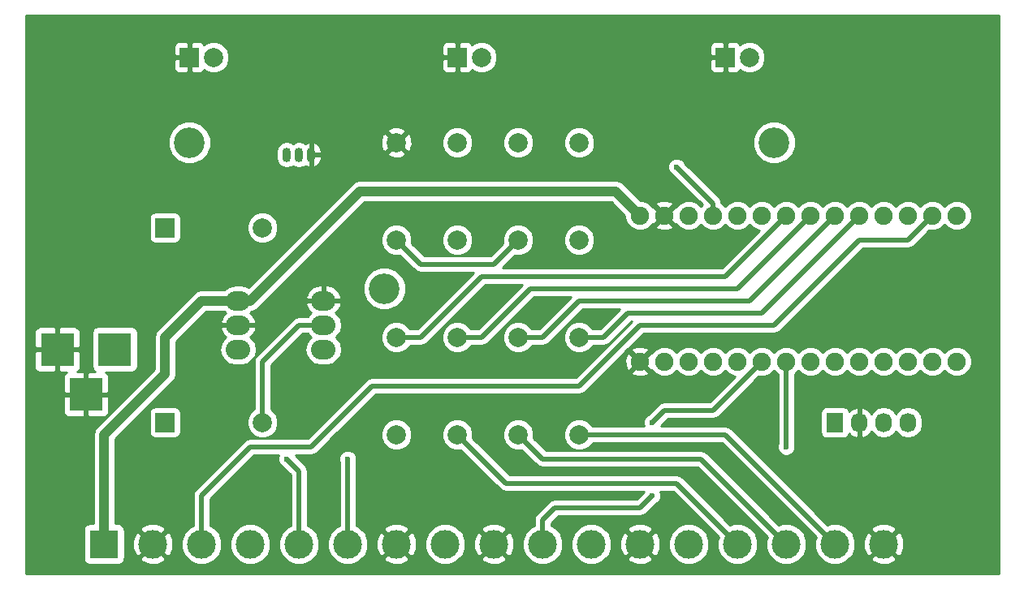
<source format=gbr>
G04 #@! TF.FileFunction,Copper,L2,Bot,Signal*
%FSLAX46Y46*%
G04 Gerber Fmt 4.6, Leading zero omitted, Abs format (unit mm)*
G04 Created by KiCad (PCBNEW 0.201509221857+6208~30~ubuntu14.04.1-product) date Fri 23 Oct 2015 02:53:06 PM CDT*
%MOMM*%
G01*
G04 APERTURE LIST*
%ADD10C,0.100000*%
%ADD11R,3.500120X3.500120*%
%ADD12C,3.200000*%
%ADD13O,2.540000X2.032000*%
%ADD14C,1.998980*%
%ADD15R,1.998980X1.998980*%
%ADD16R,1.727200X2.032000*%
%ADD17O,1.727200X2.032000*%
%ADD18O,0.899160X1.501140*%
%ADD19C,1.900000*%
%ADD20R,2.000000X2.000000*%
%ADD21C,2.000000*%
%ADD22R,2.999740X2.999740*%
%ADD23C,2.999740*%
%ADD24C,0.600000*%
%ADD25C,0.508000*%
%ADD26C,1.016000*%
%ADD27C,0.254000*%
G04 APERTURE END LIST*
D10*
D11*
X117960140Y-107950000D03*
X111960660Y-107950000D03*
X114960400Y-112649000D03*
D12*
X146050000Y-101600000D03*
D13*
X139700000Y-105410000D03*
X139700000Y-102870000D03*
X139700000Y-107950000D03*
D14*
X133350000Y-115567460D03*
D15*
X123190000Y-115567460D03*
D14*
X133350000Y-95247460D03*
D15*
X123190000Y-95247460D03*
D16*
X193040000Y-115570000D03*
D17*
X195580000Y-115570000D03*
X198120000Y-115570000D03*
X200660000Y-115570000D03*
D18*
X137160000Y-87630000D03*
X138430000Y-87630000D03*
X135890000Y-87630000D03*
D14*
X147320000Y-116840000D03*
X147320000Y-106680000D03*
X147320000Y-86360000D03*
X147320000Y-96520000D03*
D13*
X130810000Y-105410000D03*
X130810000Y-102870000D03*
X130810000Y-107950000D03*
D19*
X175260000Y-109220000D03*
X177800000Y-109220000D03*
X180340000Y-109220000D03*
X182880000Y-109220000D03*
X185420000Y-109220000D03*
X187960000Y-109220000D03*
X190500000Y-109220000D03*
X193040000Y-109220000D03*
X195580000Y-109220000D03*
X198120000Y-109220000D03*
X200660000Y-109220000D03*
X203200000Y-109220000D03*
X205740000Y-109220000D03*
X205740000Y-93980000D03*
X203200000Y-93980000D03*
X200660000Y-93980000D03*
X198120000Y-93980000D03*
X195580000Y-93980000D03*
X193040000Y-93980000D03*
X190500000Y-93980000D03*
X187960000Y-93980000D03*
X185420000Y-93980000D03*
X182880000Y-93980000D03*
X180340000Y-93980000D03*
X177800000Y-93980000D03*
X175260000Y-93980000D03*
X172720000Y-93980000D03*
X172720000Y-109220000D03*
D12*
X125730000Y-86360000D03*
X186690000Y-86360000D03*
D20*
X153670000Y-77470000D03*
D21*
X156210000Y-77470000D03*
D20*
X125730000Y-77470000D03*
D21*
X128270000Y-77470000D03*
D20*
X181610000Y-77470000D03*
D21*
X184150000Y-77470000D03*
D14*
X160020000Y-116840000D03*
X160020000Y-106680000D03*
X160020000Y-86360000D03*
X160020000Y-96520000D03*
X153670000Y-86360000D03*
X153670000Y-96520000D03*
X166370000Y-86360000D03*
X166370000Y-96520000D03*
D22*
X116840000Y-128270000D03*
D23*
X121920000Y-128270000D03*
X127000000Y-128270000D03*
X132080000Y-128270000D03*
X137160000Y-128270000D03*
X142240000Y-128270000D03*
X147320000Y-128270000D03*
X152400000Y-128270000D03*
X157480000Y-128270000D03*
X162560000Y-128270000D03*
X167640000Y-128270000D03*
X172720000Y-128270000D03*
X177800000Y-128270000D03*
X182880000Y-128270000D03*
X187960000Y-128270000D03*
X193040000Y-128270000D03*
X198120000Y-128270000D03*
D14*
X153670000Y-116840000D03*
X153670000Y-106680000D03*
X166370000Y-116840000D03*
X166370000Y-106680000D03*
D24*
X144780000Y-106680000D03*
X135890000Y-115570000D03*
X139700000Y-119380000D03*
X135890000Y-119380000D03*
X142240000Y-119380000D03*
X173990000Y-115570000D03*
X173990000Y-123190000D03*
X187960000Y-118110000D03*
X176530000Y-88900000D03*
D25*
X133350000Y-115567460D02*
X133350000Y-109220000D01*
X137160000Y-105410000D02*
X139700000Y-105410000D01*
X133350000Y-109220000D02*
X137160000Y-105410000D01*
X137160000Y-128270000D02*
X137160000Y-120650000D01*
X137160000Y-120650000D02*
X135890000Y-119380000D01*
X142240000Y-128270000D02*
X142240000Y-119380000D01*
D26*
X130810000Y-102870000D02*
X127000000Y-102870000D01*
X116840000Y-116840000D02*
X116840000Y-128270000D01*
X123190000Y-110490000D02*
X116840000Y-116840000D01*
X123190000Y-106680000D02*
X123190000Y-110490000D01*
X127000000Y-102870000D02*
X123190000Y-106680000D01*
X130810000Y-102870000D02*
X132080000Y-102870000D01*
X170180000Y-91440000D02*
X172720000Y-93980000D01*
X143510000Y-91440000D02*
X170180000Y-91440000D01*
X132080000Y-102870000D02*
X143510000Y-91440000D01*
D25*
X195580000Y-96520000D02*
X200660000Y-96520000D01*
X166370000Y-111760000D02*
X172720000Y-105410000D01*
X172720000Y-105410000D02*
X186690000Y-105410000D01*
X186690000Y-105410000D02*
X195580000Y-96520000D01*
X127000000Y-128270000D02*
X127000000Y-123190000D01*
X138430000Y-118110000D02*
X144780000Y-111760000D01*
X132080000Y-118110000D02*
X138430000Y-118110000D01*
X127000000Y-123190000D02*
X132080000Y-118110000D01*
X144780000Y-111760000D02*
X166370000Y-111760000D01*
X200660000Y-96520000D02*
X203200000Y-93980000D01*
X162560000Y-128270000D02*
X162560000Y-125730000D01*
X180340000Y-114300000D02*
X185420000Y-109220000D01*
X175260000Y-114300000D02*
X180340000Y-114300000D01*
X173990000Y-115570000D02*
X175260000Y-114300000D01*
X172720000Y-124460000D02*
X173990000Y-123190000D01*
X163830000Y-124460000D02*
X172720000Y-124460000D01*
X162560000Y-125730000D02*
X163830000Y-124460000D01*
X187960000Y-118110000D02*
X187960000Y-109220000D01*
X147320000Y-96520000D02*
X149860000Y-99060000D01*
X157480000Y-99060000D02*
X160020000Y-96520000D01*
X149860000Y-99060000D02*
X157480000Y-99060000D01*
X147320000Y-106680000D02*
X149860000Y-106680000D01*
X181610000Y-100330000D02*
X187960000Y-93980000D01*
X156210000Y-100330000D02*
X181610000Y-100330000D01*
X149860000Y-106680000D02*
X156210000Y-100330000D01*
X153670000Y-116840000D02*
X158750000Y-121920000D01*
X176530000Y-121920000D02*
X182880000Y-128270000D01*
X158750000Y-121920000D02*
X176530000Y-121920000D01*
X153670000Y-106680000D02*
X156210000Y-106680000D01*
X182880000Y-101600000D02*
X190500000Y-93980000D01*
X161290000Y-101600000D02*
X182880000Y-101600000D01*
X156210000Y-106680000D02*
X161290000Y-101600000D01*
X166370000Y-116840000D02*
X181610000Y-116840000D01*
X181610000Y-116840000D02*
X193040000Y-128270000D01*
X166370000Y-106680000D02*
X168910000Y-106680000D01*
X185420000Y-104140000D02*
X195580000Y-93980000D01*
X171450000Y-104140000D02*
X185420000Y-104140000D01*
X168910000Y-106680000D02*
X171450000Y-104140000D01*
X160020000Y-116840000D02*
X162560000Y-119380000D01*
X179070000Y-119380000D02*
X187960000Y-128270000D01*
X162560000Y-119380000D02*
X179070000Y-119380000D01*
X160020000Y-106680000D02*
X162560000Y-106680000D01*
X184150000Y-102870000D02*
X193040000Y-93980000D01*
X166370000Y-102870000D02*
X184150000Y-102870000D01*
X162560000Y-106680000D02*
X166370000Y-102870000D01*
X180340000Y-92710000D02*
X180340000Y-93980000D01*
X176530000Y-88900000D02*
X180340000Y-92710000D01*
D27*
G36*
X210110000Y-131370000D02*
X108660000Y-131370000D01*
X108660000Y-126770130D01*
X114692690Y-126770130D01*
X114692690Y-129769870D01*
X114736968Y-130005187D01*
X114876040Y-130221311D01*
X115088240Y-130366301D01*
X115340130Y-130417310D01*
X118339870Y-130417310D01*
X118575187Y-130373032D01*
X118791311Y-130233960D01*
X118936301Y-130021760D01*
X118984473Y-129783877D01*
X120585728Y-129783877D01*
X120745495Y-130102632D01*
X121536217Y-130412595D01*
X122385366Y-130396367D01*
X123094505Y-130102632D01*
X123254272Y-129783877D01*
X121920000Y-128449605D01*
X120585728Y-129783877D01*
X118984473Y-129783877D01*
X118987310Y-129769870D01*
X118987310Y-127886217D01*
X119777405Y-127886217D01*
X119793633Y-128735366D01*
X120087368Y-129444505D01*
X120406123Y-129604272D01*
X121740395Y-128270000D01*
X122099605Y-128270000D01*
X123433877Y-129604272D01*
X123752632Y-129444505D01*
X124047304Y-128692789D01*
X124864760Y-128692789D01*
X125189090Y-129477727D01*
X125789114Y-130078800D01*
X126573485Y-130404499D01*
X127422789Y-130405240D01*
X128207727Y-130080910D01*
X128808800Y-129480886D01*
X129134499Y-128696515D01*
X129134502Y-128692789D01*
X129944760Y-128692789D01*
X130269090Y-129477727D01*
X130869114Y-130078800D01*
X131653485Y-130404499D01*
X132502789Y-130405240D01*
X133287727Y-130080910D01*
X133888800Y-129480886D01*
X134214499Y-128696515D01*
X134215240Y-127847211D01*
X133890910Y-127062273D01*
X133290886Y-126461200D01*
X132506515Y-126135501D01*
X131657211Y-126134760D01*
X130872273Y-126459090D01*
X130271200Y-127059114D01*
X129945501Y-127843485D01*
X129944760Y-128692789D01*
X129134502Y-128692789D01*
X129135240Y-127847211D01*
X128810910Y-127062273D01*
X128210886Y-126461200D01*
X127889000Y-126327541D01*
X127889000Y-123558236D01*
X132448236Y-118999000D01*
X135035802Y-118999000D01*
X134955162Y-119193201D01*
X134954838Y-119565167D01*
X135096883Y-119908943D01*
X135359673Y-120172192D01*
X135471313Y-120218549D01*
X136271000Y-121018236D01*
X136271000Y-126327395D01*
X135952273Y-126459090D01*
X135351200Y-127059114D01*
X135025501Y-127843485D01*
X135024760Y-128692789D01*
X135349090Y-129477727D01*
X135949114Y-130078800D01*
X136733485Y-130404499D01*
X137582789Y-130405240D01*
X138367727Y-130080910D01*
X138968800Y-129480886D01*
X139294499Y-128696515D01*
X139294502Y-128692789D01*
X140104760Y-128692789D01*
X140429090Y-129477727D01*
X141029114Y-130078800D01*
X141813485Y-130404499D01*
X142662789Y-130405240D01*
X143447727Y-130080910D01*
X143745279Y-129783877D01*
X145985728Y-129783877D01*
X146145495Y-130102632D01*
X146936217Y-130412595D01*
X147785366Y-130396367D01*
X148494505Y-130102632D01*
X148654272Y-129783877D01*
X147320000Y-128449605D01*
X145985728Y-129783877D01*
X143745279Y-129783877D01*
X144048800Y-129480886D01*
X144374499Y-128696515D01*
X144375205Y-127886217D01*
X145177405Y-127886217D01*
X145193633Y-128735366D01*
X145487368Y-129444505D01*
X145806123Y-129604272D01*
X147140395Y-128270000D01*
X147499605Y-128270000D01*
X148833877Y-129604272D01*
X149152632Y-129444505D01*
X149447304Y-128692789D01*
X150264760Y-128692789D01*
X150589090Y-129477727D01*
X151189114Y-130078800D01*
X151973485Y-130404499D01*
X152822789Y-130405240D01*
X153607727Y-130080910D01*
X153905279Y-129783877D01*
X156145728Y-129783877D01*
X156305495Y-130102632D01*
X157096217Y-130412595D01*
X157945366Y-130396367D01*
X158654505Y-130102632D01*
X158814272Y-129783877D01*
X157480000Y-128449605D01*
X156145728Y-129783877D01*
X153905279Y-129783877D01*
X154208800Y-129480886D01*
X154534499Y-128696515D01*
X154535205Y-127886217D01*
X155337405Y-127886217D01*
X155353633Y-128735366D01*
X155647368Y-129444505D01*
X155966123Y-129604272D01*
X157300395Y-128270000D01*
X157659605Y-128270000D01*
X158993877Y-129604272D01*
X159312632Y-129444505D01*
X159622595Y-128653783D01*
X159606367Y-127804634D01*
X159312632Y-127095495D01*
X158993877Y-126935728D01*
X157659605Y-128270000D01*
X157300395Y-128270000D01*
X155966123Y-126935728D01*
X155647368Y-127095495D01*
X155337405Y-127886217D01*
X154535205Y-127886217D01*
X154535240Y-127847211D01*
X154210910Y-127062273D01*
X153905295Y-126756123D01*
X156145728Y-126756123D01*
X157480000Y-128090395D01*
X158814272Y-126756123D01*
X158654505Y-126437368D01*
X157863783Y-126127405D01*
X157014634Y-126143633D01*
X156305495Y-126437368D01*
X156145728Y-126756123D01*
X153905295Y-126756123D01*
X153610886Y-126461200D01*
X152826515Y-126135501D01*
X151977211Y-126134760D01*
X151192273Y-126459090D01*
X150591200Y-127059114D01*
X150265501Y-127843485D01*
X150264760Y-128692789D01*
X149447304Y-128692789D01*
X149462595Y-128653783D01*
X149446367Y-127804634D01*
X149152632Y-127095495D01*
X148833877Y-126935728D01*
X147499605Y-128270000D01*
X147140395Y-128270000D01*
X145806123Y-126935728D01*
X145487368Y-127095495D01*
X145177405Y-127886217D01*
X144375205Y-127886217D01*
X144375240Y-127847211D01*
X144050910Y-127062273D01*
X143745295Y-126756123D01*
X145985728Y-126756123D01*
X147320000Y-128090395D01*
X148654272Y-126756123D01*
X148494505Y-126437368D01*
X147703783Y-126127405D01*
X146854634Y-126143633D01*
X146145495Y-126437368D01*
X145985728Y-126756123D01*
X143745295Y-126756123D01*
X143450886Y-126461200D01*
X143129000Y-126327541D01*
X143129000Y-119677189D01*
X143174838Y-119566799D01*
X143175162Y-119194833D01*
X143033117Y-118851057D01*
X142770327Y-118587808D01*
X142426799Y-118445162D01*
X142054833Y-118444838D01*
X141711057Y-118586883D01*
X141447808Y-118849673D01*
X141305162Y-119193201D01*
X141304838Y-119565167D01*
X141351000Y-119676888D01*
X141351000Y-126327395D01*
X141032273Y-126459090D01*
X140431200Y-127059114D01*
X140105501Y-127843485D01*
X140104760Y-128692789D01*
X139294502Y-128692789D01*
X139295240Y-127847211D01*
X138970910Y-127062273D01*
X138370886Y-126461200D01*
X138049000Y-126327541D01*
X138049000Y-120650000D01*
X137981329Y-120309794D01*
X137788618Y-120021382D01*
X136766236Y-118999000D01*
X138430000Y-118999000D01*
X138770206Y-118931329D01*
X139058618Y-118738618D01*
X140633542Y-117163694D01*
X145685226Y-117163694D01*
X145933538Y-117764655D01*
X146392927Y-118224846D01*
X146993453Y-118474206D01*
X147643694Y-118474774D01*
X148244655Y-118226462D01*
X148704846Y-117767073D01*
X148954206Y-117166547D01*
X148954208Y-117163694D01*
X152035226Y-117163694D01*
X152283538Y-117764655D01*
X152742927Y-118224846D01*
X153343453Y-118474206D01*
X153993694Y-118474774D01*
X154031795Y-118459031D01*
X158121382Y-122548618D01*
X158409794Y-122741329D01*
X158750000Y-122809000D01*
X173113764Y-122809000D01*
X172351764Y-123571000D01*
X163830000Y-123571000D01*
X163489794Y-123638671D01*
X163220485Y-123818618D01*
X163201382Y-123831382D01*
X161931382Y-125101382D01*
X161738671Y-125389794D01*
X161671000Y-125730000D01*
X161671000Y-126327395D01*
X161352273Y-126459090D01*
X160751200Y-127059114D01*
X160425501Y-127843485D01*
X160424760Y-128692789D01*
X160749090Y-129477727D01*
X161349114Y-130078800D01*
X162133485Y-130404499D01*
X162982789Y-130405240D01*
X163767727Y-130080910D01*
X164368800Y-129480886D01*
X164694499Y-128696515D01*
X164694502Y-128692789D01*
X165504760Y-128692789D01*
X165829090Y-129477727D01*
X166429114Y-130078800D01*
X167213485Y-130404499D01*
X168062789Y-130405240D01*
X168847727Y-130080910D01*
X169145279Y-129783877D01*
X171385728Y-129783877D01*
X171545495Y-130102632D01*
X172336217Y-130412595D01*
X173185366Y-130396367D01*
X173894505Y-130102632D01*
X174054272Y-129783877D01*
X172720000Y-128449605D01*
X171385728Y-129783877D01*
X169145279Y-129783877D01*
X169448800Y-129480886D01*
X169774499Y-128696515D01*
X169775205Y-127886217D01*
X170577405Y-127886217D01*
X170593633Y-128735366D01*
X170887368Y-129444505D01*
X171206123Y-129604272D01*
X172540395Y-128270000D01*
X172899605Y-128270000D01*
X174233877Y-129604272D01*
X174552632Y-129444505D01*
X174847304Y-128692789D01*
X175664760Y-128692789D01*
X175989090Y-129477727D01*
X176589114Y-130078800D01*
X177373485Y-130404499D01*
X178222789Y-130405240D01*
X179007727Y-130080910D01*
X179608800Y-129480886D01*
X179934499Y-128696515D01*
X179935240Y-127847211D01*
X179610910Y-127062273D01*
X179010886Y-126461200D01*
X178226515Y-126135501D01*
X177377211Y-126134760D01*
X176592273Y-126459090D01*
X175991200Y-127059114D01*
X175665501Y-127843485D01*
X175664760Y-128692789D01*
X174847304Y-128692789D01*
X174862595Y-128653783D01*
X174846367Y-127804634D01*
X174552632Y-127095495D01*
X174233877Y-126935728D01*
X172899605Y-128270000D01*
X172540395Y-128270000D01*
X171206123Y-126935728D01*
X170887368Y-127095495D01*
X170577405Y-127886217D01*
X169775205Y-127886217D01*
X169775240Y-127847211D01*
X169450910Y-127062273D01*
X169145295Y-126756123D01*
X171385728Y-126756123D01*
X172720000Y-128090395D01*
X174054272Y-126756123D01*
X173894505Y-126437368D01*
X173103783Y-126127405D01*
X172254634Y-126143633D01*
X171545495Y-126437368D01*
X171385728Y-126756123D01*
X169145295Y-126756123D01*
X168850886Y-126461200D01*
X168066515Y-126135501D01*
X167217211Y-126134760D01*
X166432273Y-126459090D01*
X165831200Y-127059114D01*
X165505501Y-127843485D01*
X165504760Y-128692789D01*
X164694502Y-128692789D01*
X164695240Y-127847211D01*
X164370910Y-127062273D01*
X163770886Y-126461200D01*
X163449000Y-126327541D01*
X163449000Y-126098236D01*
X164198236Y-125349000D01*
X172720000Y-125349000D01*
X173060206Y-125281329D01*
X173348618Y-125088618D01*
X174408474Y-124028762D01*
X174518943Y-123983117D01*
X174782192Y-123720327D01*
X174924838Y-123376799D01*
X174925162Y-123004833D01*
X174844246Y-122809000D01*
X176161764Y-122809000D01*
X180877752Y-127524988D01*
X180745501Y-127843485D01*
X180744760Y-128692789D01*
X181069090Y-129477727D01*
X181669114Y-130078800D01*
X182453485Y-130404499D01*
X183302789Y-130405240D01*
X184087727Y-130080910D01*
X184688800Y-129480886D01*
X185014499Y-128696515D01*
X185015240Y-127847211D01*
X184690910Y-127062273D01*
X184090886Y-126461200D01*
X183306515Y-126135501D01*
X182457211Y-126134760D01*
X182135093Y-126267857D01*
X177158618Y-121291382D01*
X177139515Y-121278618D01*
X176870206Y-121098671D01*
X176530000Y-121031000D01*
X159118236Y-121031000D01*
X155289412Y-117202176D01*
X155304206Y-117166547D01*
X155304208Y-117163694D01*
X158385226Y-117163694D01*
X158633538Y-117764655D01*
X159092927Y-118224846D01*
X159693453Y-118474206D01*
X160343694Y-118474774D01*
X160381795Y-118459031D01*
X161931382Y-120008618D01*
X162219794Y-120201329D01*
X162560000Y-120269000D01*
X178701764Y-120269000D01*
X185957752Y-127524988D01*
X185825501Y-127843485D01*
X185824760Y-128692789D01*
X186149090Y-129477727D01*
X186749114Y-130078800D01*
X187533485Y-130404499D01*
X188382789Y-130405240D01*
X189167727Y-130080910D01*
X189768800Y-129480886D01*
X190094499Y-128696515D01*
X190095240Y-127847211D01*
X189770910Y-127062273D01*
X189170886Y-126461200D01*
X188386515Y-126135501D01*
X187537211Y-126134760D01*
X187215093Y-126267857D01*
X179698618Y-118751382D01*
X179679515Y-118738618D01*
X179410206Y-118558671D01*
X179070000Y-118491000D01*
X162928236Y-118491000D01*
X161639412Y-117202176D01*
X161654206Y-117166547D01*
X161654208Y-117163694D01*
X164735226Y-117163694D01*
X164983538Y-117764655D01*
X165442927Y-118224846D01*
X166043453Y-118474206D01*
X166693694Y-118474774D01*
X167294655Y-118226462D01*
X167754846Y-117767073D01*
X167770655Y-117729000D01*
X181241764Y-117729000D01*
X191037752Y-127524988D01*
X190905501Y-127843485D01*
X190904760Y-128692789D01*
X191229090Y-129477727D01*
X191829114Y-130078800D01*
X192613485Y-130404499D01*
X193462789Y-130405240D01*
X194247727Y-130080910D01*
X194545279Y-129783877D01*
X196785728Y-129783877D01*
X196945495Y-130102632D01*
X197736217Y-130412595D01*
X198585366Y-130396367D01*
X199294505Y-130102632D01*
X199454272Y-129783877D01*
X198120000Y-128449605D01*
X196785728Y-129783877D01*
X194545279Y-129783877D01*
X194848800Y-129480886D01*
X195174499Y-128696515D01*
X195175205Y-127886217D01*
X195977405Y-127886217D01*
X195993633Y-128735366D01*
X196287368Y-129444505D01*
X196606123Y-129604272D01*
X197940395Y-128270000D01*
X198299605Y-128270000D01*
X199633877Y-129604272D01*
X199952632Y-129444505D01*
X200262595Y-128653783D01*
X200246367Y-127804634D01*
X199952632Y-127095495D01*
X199633877Y-126935728D01*
X198299605Y-128270000D01*
X197940395Y-128270000D01*
X196606123Y-126935728D01*
X196287368Y-127095495D01*
X195977405Y-127886217D01*
X195175205Y-127886217D01*
X195175240Y-127847211D01*
X194850910Y-127062273D01*
X194545295Y-126756123D01*
X196785728Y-126756123D01*
X198120000Y-128090395D01*
X199454272Y-126756123D01*
X199294505Y-126437368D01*
X198503783Y-126127405D01*
X197654634Y-126143633D01*
X196945495Y-126437368D01*
X196785728Y-126756123D01*
X194545295Y-126756123D01*
X194250886Y-126461200D01*
X193466515Y-126135501D01*
X192617211Y-126134760D01*
X192295093Y-126267857D01*
X182238618Y-116211382D01*
X182215714Y-116196078D01*
X181950206Y-116018671D01*
X181610000Y-115951000D01*
X174866236Y-115951000D01*
X175628236Y-115189000D01*
X180340000Y-115189000D01*
X180680206Y-115121329D01*
X180968618Y-114928618D01*
X185095689Y-110801547D01*
X185103341Y-110804724D01*
X185733893Y-110805275D01*
X186316657Y-110564481D01*
X186690261Y-110191529D01*
X187060997Y-110562914D01*
X187071000Y-110567068D01*
X187071000Y-117812811D01*
X187025162Y-117923201D01*
X187024838Y-118295167D01*
X187166883Y-118638943D01*
X187429673Y-118902192D01*
X187773201Y-119044838D01*
X188145167Y-119045162D01*
X188488943Y-118903117D01*
X188752192Y-118640327D01*
X188894838Y-118296799D01*
X188895162Y-117924833D01*
X188849000Y-117813112D01*
X188849000Y-114554000D01*
X191528960Y-114554000D01*
X191528960Y-116586000D01*
X191573238Y-116821317D01*
X191712310Y-117037441D01*
X191924510Y-117182431D01*
X192176400Y-117233440D01*
X193903600Y-117233440D01*
X194138917Y-117189162D01*
X194355041Y-117050090D01*
X194500031Y-116837890D01*
X194519232Y-116743073D01*
X194677964Y-116920732D01*
X195205209Y-117174709D01*
X195220974Y-117177358D01*
X195453000Y-117056217D01*
X195453000Y-115697000D01*
X195433000Y-115697000D01*
X195433000Y-115443000D01*
X195453000Y-115443000D01*
X195453000Y-114083783D01*
X195707000Y-114083783D01*
X195707000Y-115443000D01*
X195727000Y-115443000D01*
X195727000Y-115697000D01*
X195707000Y-115697000D01*
X195707000Y-117056217D01*
X195939026Y-117177358D01*
X195954791Y-117174709D01*
X196482036Y-116920732D01*
X196853539Y-116504931D01*
X197060330Y-116814415D01*
X197546511Y-117139271D01*
X198120000Y-117253345D01*
X198693489Y-117139271D01*
X199179670Y-116814415D01*
X199390000Y-116499634D01*
X199600330Y-116814415D01*
X200086511Y-117139271D01*
X200660000Y-117253345D01*
X201233489Y-117139271D01*
X201719670Y-116814415D01*
X202044526Y-116328234D01*
X202158600Y-115754745D01*
X202158600Y-115385255D01*
X202044526Y-114811766D01*
X201719670Y-114325585D01*
X201233489Y-114000729D01*
X200660000Y-113886655D01*
X200086511Y-114000729D01*
X199600330Y-114325585D01*
X199390000Y-114640366D01*
X199179670Y-114325585D01*
X198693489Y-114000729D01*
X198120000Y-113886655D01*
X197546511Y-114000729D01*
X197060330Y-114325585D01*
X196853539Y-114635069D01*
X196482036Y-114219268D01*
X195954791Y-113965291D01*
X195939026Y-113962642D01*
X195707000Y-114083783D01*
X195453000Y-114083783D01*
X195220974Y-113962642D01*
X195205209Y-113965291D01*
X194677964Y-114219268D01*
X194521093Y-114394845D01*
X194506762Y-114318683D01*
X194367690Y-114102559D01*
X194155490Y-113957569D01*
X193903600Y-113906560D01*
X192176400Y-113906560D01*
X191941083Y-113950838D01*
X191724959Y-114089910D01*
X191579969Y-114302110D01*
X191528960Y-114554000D01*
X188849000Y-114554000D01*
X188849000Y-110567645D01*
X188856657Y-110564481D01*
X189230261Y-110191529D01*
X189600997Y-110562914D01*
X190183341Y-110804724D01*
X190813893Y-110805275D01*
X191396657Y-110564481D01*
X191770261Y-110191529D01*
X192140997Y-110562914D01*
X192723341Y-110804724D01*
X193353893Y-110805275D01*
X193936657Y-110564481D01*
X194310261Y-110191529D01*
X194680997Y-110562914D01*
X195263341Y-110804724D01*
X195893893Y-110805275D01*
X196476657Y-110564481D01*
X196850261Y-110191529D01*
X197220997Y-110562914D01*
X197803341Y-110804724D01*
X198433893Y-110805275D01*
X199016657Y-110564481D01*
X199390261Y-110191529D01*
X199760997Y-110562914D01*
X200343341Y-110804724D01*
X200973893Y-110805275D01*
X201556657Y-110564481D01*
X201930261Y-110191529D01*
X202300997Y-110562914D01*
X202883341Y-110804724D01*
X203513893Y-110805275D01*
X204096657Y-110564481D01*
X204470261Y-110191529D01*
X204840997Y-110562914D01*
X205423341Y-110804724D01*
X206053893Y-110805275D01*
X206636657Y-110564481D01*
X207082914Y-110119003D01*
X207324724Y-109536659D01*
X207325275Y-108906107D01*
X207084481Y-108323343D01*
X206639003Y-107877086D01*
X206056659Y-107635276D01*
X205426107Y-107634725D01*
X204843343Y-107875519D01*
X204469739Y-108248471D01*
X204099003Y-107877086D01*
X203516659Y-107635276D01*
X202886107Y-107634725D01*
X202303343Y-107875519D01*
X201929739Y-108248471D01*
X201559003Y-107877086D01*
X200976659Y-107635276D01*
X200346107Y-107634725D01*
X199763343Y-107875519D01*
X199389739Y-108248471D01*
X199019003Y-107877086D01*
X198436659Y-107635276D01*
X197806107Y-107634725D01*
X197223343Y-107875519D01*
X196849739Y-108248471D01*
X196479003Y-107877086D01*
X195896659Y-107635276D01*
X195266107Y-107634725D01*
X194683343Y-107875519D01*
X194309739Y-108248471D01*
X193939003Y-107877086D01*
X193356659Y-107635276D01*
X192726107Y-107634725D01*
X192143343Y-107875519D01*
X191769739Y-108248471D01*
X191399003Y-107877086D01*
X190816659Y-107635276D01*
X190186107Y-107634725D01*
X189603343Y-107875519D01*
X189229739Y-108248471D01*
X188859003Y-107877086D01*
X188276659Y-107635276D01*
X187646107Y-107634725D01*
X187063343Y-107875519D01*
X186689739Y-108248471D01*
X186319003Y-107877086D01*
X185736659Y-107635276D01*
X185106107Y-107634725D01*
X184523343Y-107875519D01*
X184149739Y-108248471D01*
X183779003Y-107877086D01*
X183196659Y-107635276D01*
X182566107Y-107634725D01*
X181983343Y-107875519D01*
X181609739Y-108248471D01*
X181239003Y-107877086D01*
X180656659Y-107635276D01*
X180026107Y-107634725D01*
X179443343Y-107875519D01*
X179069739Y-108248471D01*
X178699003Y-107877086D01*
X178116659Y-107635276D01*
X177486107Y-107634725D01*
X176903343Y-107875519D01*
X176529739Y-108248471D01*
X176159003Y-107877086D01*
X175576659Y-107635276D01*
X174946107Y-107634725D01*
X174363343Y-107875519D01*
X173923884Y-108314211D01*
X173836350Y-108283255D01*
X172899605Y-109220000D01*
X173836350Y-110156745D01*
X173924439Y-110125593D01*
X174360997Y-110562914D01*
X174943341Y-110804724D01*
X175573893Y-110805275D01*
X176156657Y-110564481D01*
X176530261Y-110191529D01*
X176900997Y-110562914D01*
X177483341Y-110804724D01*
X178113893Y-110805275D01*
X178696657Y-110564481D01*
X179070261Y-110191529D01*
X179440997Y-110562914D01*
X180023341Y-110804724D01*
X180653893Y-110805275D01*
X181236657Y-110564481D01*
X181610261Y-110191529D01*
X181980997Y-110562914D01*
X182563341Y-110804724D01*
X182578027Y-110804737D01*
X179971764Y-113411000D01*
X175260000Y-113411000D01*
X174919794Y-113478671D01*
X174631382Y-113671382D01*
X173571526Y-114731238D01*
X173461057Y-114776883D01*
X173197808Y-115039673D01*
X173055162Y-115383201D01*
X173054838Y-115755167D01*
X173135754Y-115951000D01*
X167771194Y-115951000D01*
X167756462Y-115915345D01*
X167297073Y-115455154D01*
X166696547Y-115205794D01*
X166046306Y-115205226D01*
X165445345Y-115453538D01*
X164985154Y-115912927D01*
X164735794Y-116513453D01*
X164735226Y-117163694D01*
X161654208Y-117163694D01*
X161654774Y-116516306D01*
X161406462Y-115915345D01*
X160947073Y-115455154D01*
X160346547Y-115205794D01*
X159696306Y-115205226D01*
X159095345Y-115453538D01*
X158635154Y-115912927D01*
X158385794Y-116513453D01*
X158385226Y-117163694D01*
X155304208Y-117163694D01*
X155304774Y-116516306D01*
X155056462Y-115915345D01*
X154597073Y-115455154D01*
X153996547Y-115205794D01*
X153346306Y-115205226D01*
X152745345Y-115453538D01*
X152285154Y-115912927D01*
X152035794Y-116513453D01*
X152035226Y-117163694D01*
X148954208Y-117163694D01*
X148954774Y-116516306D01*
X148706462Y-115915345D01*
X148247073Y-115455154D01*
X147646547Y-115205794D01*
X146996306Y-115205226D01*
X146395345Y-115453538D01*
X145935154Y-115912927D01*
X145685794Y-116513453D01*
X145685226Y-117163694D01*
X140633542Y-117163694D01*
X145148236Y-112649000D01*
X166370000Y-112649000D01*
X166710206Y-112581329D01*
X166998618Y-112388618D01*
X169050886Y-110336350D01*
X171783255Y-110336350D01*
X171875792Y-110598019D01*
X172467398Y-110816188D01*
X173097461Y-110791352D01*
X173564208Y-110598019D01*
X173656745Y-110336350D01*
X172720000Y-109399605D01*
X171783255Y-110336350D01*
X169050886Y-110336350D01*
X170419838Y-108967398D01*
X171123812Y-108967398D01*
X171148648Y-109597461D01*
X171341981Y-110064208D01*
X171603650Y-110156745D01*
X172540395Y-109220000D01*
X171603650Y-108283255D01*
X171341981Y-108375792D01*
X171123812Y-108967398D01*
X170419838Y-108967398D01*
X171283586Y-108103650D01*
X171783255Y-108103650D01*
X172720000Y-109040395D01*
X173656745Y-108103650D01*
X173564208Y-107841981D01*
X172972602Y-107623812D01*
X172342539Y-107648648D01*
X171875792Y-107841981D01*
X171783255Y-108103650D01*
X171283586Y-108103650D01*
X173088236Y-106299000D01*
X186690000Y-106299000D01*
X187030206Y-106231329D01*
X187318618Y-106038618D01*
X195948236Y-97409000D01*
X200660000Y-97409000D01*
X201000206Y-97341329D01*
X201288618Y-97148618D01*
X202875689Y-95561547D01*
X202883341Y-95564724D01*
X203513893Y-95565275D01*
X204096657Y-95324481D01*
X204470261Y-94951529D01*
X204840997Y-95322914D01*
X205423341Y-95564724D01*
X206053893Y-95565275D01*
X206636657Y-95324481D01*
X207082914Y-94879003D01*
X207324724Y-94296659D01*
X207325275Y-93666107D01*
X207084481Y-93083343D01*
X206639003Y-92637086D01*
X206056659Y-92395276D01*
X205426107Y-92394725D01*
X204843343Y-92635519D01*
X204469739Y-93008471D01*
X204099003Y-92637086D01*
X203516659Y-92395276D01*
X202886107Y-92394725D01*
X202303343Y-92635519D01*
X201929739Y-93008471D01*
X201559003Y-92637086D01*
X200976659Y-92395276D01*
X200346107Y-92394725D01*
X199763343Y-92635519D01*
X199389739Y-93008471D01*
X199019003Y-92637086D01*
X198436659Y-92395276D01*
X197806107Y-92394725D01*
X197223343Y-92635519D01*
X196849739Y-93008471D01*
X196479003Y-92637086D01*
X195896659Y-92395276D01*
X195266107Y-92394725D01*
X194683343Y-92635519D01*
X194309739Y-93008471D01*
X193939003Y-92637086D01*
X193356659Y-92395276D01*
X192726107Y-92394725D01*
X192143343Y-92635519D01*
X191769739Y-93008471D01*
X191399003Y-92637086D01*
X190816659Y-92395276D01*
X190186107Y-92394725D01*
X189603343Y-92635519D01*
X189229739Y-93008471D01*
X188859003Y-92637086D01*
X188276659Y-92395276D01*
X187646107Y-92394725D01*
X187063343Y-92635519D01*
X186689739Y-93008471D01*
X186319003Y-92637086D01*
X185736659Y-92395276D01*
X185106107Y-92394725D01*
X184523343Y-92635519D01*
X184149739Y-93008471D01*
X183779003Y-92637086D01*
X183196659Y-92395276D01*
X182566107Y-92394725D01*
X181983343Y-92635519D01*
X181609739Y-93008471D01*
X181239003Y-92637086D01*
X181212290Y-92625994D01*
X181166398Y-92395276D01*
X181161330Y-92369795D01*
X180968618Y-92081382D01*
X177368762Y-88481526D01*
X177323117Y-88371057D01*
X177060327Y-88107808D01*
X176716799Y-87965162D01*
X176344833Y-87964838D01*
X176001057Y-88106883D01*
X175737808Y-88369673D01*
X175595162Y-88713201D01*
X175594838Y-89085167D01*
X175736883Y-89428943D01*
X175999673Y-89692192D01*
X176111313Y-89738549D01*
X179225623Y-92852859D01*
X179069739Y-93008471D01*
X178699003Y-92637086D01*
X178116659Y-92395276D01*
X177486107Y-92394725D01*
X176903343Y-92635519D01*
X176463884Y-93074211D01*
X176376350Y-93043255D01*
X175439605Y-93980000D01*
X176376350Y-94916745D01*
X176464439Y-94885593D01*
X176900997Y-95322914D01*
X177483341Y-95564724D01*
X178113893Y-95565275D01*
X178696657Y-95324481D01*
X179070261Y-94951529D01*
X179440997Y-95322914D01*
X180023341Y-95564724D01*
X180653893Y-95565275D01*
X181236657Y-95324481D01*
X181610261Y-94951529D01*
X181980997Y-95322914D01*
X182563341Y-95564724D01*
X183193893Y-95565275D01*
X183776657Y-95324481D01*
X184150261Y-94951529D01*
X184520997Y-95322914D01*
X185103341Y-95564724D01*
X185118027Y-95564737D01*
X181241764Y-99441000D01*
X158356236Y-99441000D01*
X159657824Y-98139412D01*
X159693453Y-98154206D01*
X160343694Y-98154774D01*
X160944655Y-97906462D01*
X161404846Y-97447073D01*
X161654206Y-96846547D01*
X161654208Y-96843694D01*
X164735226Y-96843694D01*
X164983538Y-97444655D01*
X165442927Y-97904846D01*
X166043453Y-98154206D01*
X166693694Y-98154774D01*
X167294655Y-97906462D01*
X167754846Y-97447073D01*
X168004206Y-96846547D01*
X168004774Y-96196306D01*
X167756462Y-95595345D01*
X167297073Y-95135154D01*
X166696547Y-94885794D01*
X166046306Y-94885226D01*
X165445345Y-95133538D01*
X164985154Y-95592927D01*
X164735794Y-96193453D01*
X164735226Y-96843694D01*
X161654208Y-96843694D01*
X161654774Y-96196306D01*
X161406462Y-95595345D01*
X160947073Y-95135154D01*
X160346547Y-94885794D01*
X159696306Y-94885226D01*
X159095345Y-95133538D01*
X158635154Y-95592927D01*
X158385794Y-96193453D01*
X158385226Y-96843694D01*
X158400969Y-96881795D01*
X157111764Y-98171000D01*
X150228236Y-98171000D01*
X148939412Y-96882176D01*
X148954206Y-96846547D01*
X148954208Y-96843694D01*
X152035226Y-96843694D01*
X152283538Y-97444655D01*
X152742927Y-97904846D01*
X153343453Y-98154206D01*
X153993694Y-98154774D01*
X154594655Y-97906462D01*
X155054846Y-97447073D01*
X155304206Y-96846547D01*
X155304774Y-96196306D01*
X155056462Y-95595345D01*
X154597073Y-95135154D01*
X153996547Y-94885794D01*
X153346306Y-94885226D01*
X152745345Y-95133538D01*
X152285154Y-95592927D01*
X152035794Y-96193453D01*
X152035226Y-96843694D01*
X148954208Y-96843694D01*
X148954774Y-96196306D01*
X148706462Y-95595345D01*
X148247073Y-95135154D01*
X147646547Y-94885794D01*
X146996306Y-94885226D01*
X146395345Y-95133538D01*
X145935154Y-95592927D01*
X145685794Y-96193453D01*
X145685226Y-96843694D01*
X145933538Y-97444655D01*
X146392927Y-97904846D01*
X146993453Y-98154206D01*
X147643694Y-98154774D01*
X147681795Y-98139031D01*
X149231382Y-99688618D01*
X149519794Y-99881329D01*
X149860000Y-99949000D01*
X155333764Y-99949000D01*
X149491764Y-105791000D01*
X148721194Y-105791000D01*
X148706462Y-105755345D01*
X148247073Y-105295154D01*
X147646547Y-105045794D01*
X146996306Y-105045226D01*
X146395345Y-105293538D01*
X145935154Y-105752927D01*
X145685794Y-106353453D01*
X145685226Y-107003694D01*
X145933538Y-107604655D01*
X146392927Y-108064846D01*
X146993453Y-108314206D01*
X147643694Y-108314774D01*
X148244655Y-108066462D01*
X148704846Y-107607073D01*
X148720655Y-107569000D01*
X149860000Y-107569000D01*
X150200206Y-107501329D01*
X150488618Y-107308618D01*
X156578236Y-101219000D01*
X160413764Y-101219000D01*
X155841764Y-105791000D01*
X155071194Y-105791000D01*
X155056462Y-105755345D01*
X154597073Y-105295154D01*
X153996547Y-105045794D01*
X153346306Y-105045226D01*
X152745345Y-105293538D01*
X152285154Y-105752927D01*
X152035794Y-106353453D01*
X152035226Y-107003694D01*
X152283538Y-107604655D01*
X152742927Y-108064846D01*
X153343453Y-108314206D01*
X153993694Y-108314774D01*
X154594655Y-108066462D01*
X155054846Y-107607073D01*
X155070655Y-107569000D01*
X156210000Y-107569000D01*
X156550206Y-107501329D01*
X156838618Y-107308618D01*
X161658236Y-102489000D01*
X165493764Y-102489000D01*
X162191764Y-105791000D01*
X161421194Y-105791000D01*
X161406462Y-105755345D01*
X160947073Y-105295154D01*
X160346547Y-105045794D01*
X159696306Y-105045226D01*
X159095345Y-105293538D01*
X158635154Y-105752927D01*
X158385794Y-106353453D01*
X158385226Y-107003694D01*
X158633538Y-107604655D01*
X159092927Y-108064846D01*
X159693453Y-108314206D01*
X160343694Y-108314774D01*
X160944655Y-108066462D01*
X161404846Y-107607073D01*
X161420655Y-107569000D01*
X162560000Y-107569000D01*
X162900206Y-107501329D01*
X163188618Y-107308618D01*
X166738236Y-103759000D01*
X170573764Y-103759000D01*
X168541764Y-105791000D01*
X167771194Y-105791000D01*
X167756462Y-105755345D01*
X167297073Y-105295154D01*
X166696547Y-105045794D01*
X166046306Y-105045226D01*
X165445345Y-105293538D01*
X164985154Y-105752927D01*
X164735794Y-106353453D01*
X164735226Y-107003694D01*
X164983538Y-107604655D01*
X165442927Y-108064846D01*
X166043453Y-108314206D01*
X166693694Y-108314774D01*
X167294655Y-108066462D01*
X167754846Y-107607073D01*
X167770655Y-107569000D01*
X168910000Y-107569000D01*
X169250206Y-107501329D01*
X169538618Y-107308618D01*
X171818236Y-105029000D01*
X171843764Y-105029000D01*
X166001764Y-110871000D01*
X144780000Y-110871000D01*
X144439794Y-110938671D01*
X144273179Y-111050000D01*
X144151382Y-111131382D01*
X138061764Y-117221000D01*
X132080000Y-117221000D01*
X131739794Y-117288671D01*
X131470485Y-117468618D01*
X131451382Y-117481382D01*
X126371382Y-122561382D01*
X126178671Y-122849794D01*
X126111000Y-123190000D01*
X126111000Y-126327395D01*
X125792273Y-126459090D01*
X125191200Y-127059114D01*
X124865501Y-127843485D01*
X124864760Y-128692789D01*
X124047304Y-128692789D01*
X124062595Y-128653783D01*
X124046367Y-127804634D01*
X123752632Y-127095495D01*
X123433877Y-126935728D01*
X122099605Y-128270000D01*
X121740395Y-128270000D01*
X120406123Y-126935728D01*
X120087368Y-127095495D01*
X119777405Y-127886217D01*
X118987310Y-127886217D01*
X118987310Y-126770130D01*
X118984675Y-126756123D01*
X120585728Y-126756123D01*
X121920000Y-128090395D01*
X123254272Y-126756123D01*
X123094505Y-126437368D01*
X122303783Y-126127405D01*
X121454634Y-126143633D01*
X120745495Y-126437368D01*
X120585728Y-126756123D01*
X118984675Y-126756123D01*
X118943032Y-126534813D01*
X118803960Y-126318689D01*
X118591760Y-126173699D01*
X118339870Y-126122690D01*
X117983000Y-126122690D01*
X117983000Y-117313446D01*
X120728476Y-114567970D01*
X121543070Y-114567970D01*
X121543070Y-116566950D01*
X121587348Y-116802267D01*
X121726420Y-117018391D01*
X121938620Y-117163381D01*
X122190510Y-117214390D01*
X124189490Y-117214390D01*
X124424807Y-117170112D01*
X124640931Y-117031040D01*
X124785921Y-116818840D01*
X124836930Y-116566950D01*
X124836930Y-115891154D01*
X131715226Y-115891154D01*
X131963538Y-116492115D01*
X132422927Y-116952306D01*
X133023453Y-117201666D01*
X133673694Y-117202234D01*
X134274655Y-116953922D01*
X134734846Y-116494533D01*
X134984206Y-115894007D01*
X134984774Y-115243766D01*
X134736462Y-114642805D01*
X134277073Y-114182614D01*
X134239000Y-114166805D01*
X134239000Y-109588236D01*
X137528236Y-106299000D01*
X138055203Y-106299000D01*
X138241246Y-106577433D01*
X138394748Y-106680000D01*
X138241246Y-106782567D01*
X137883354Y-107318190D01*
X137757679Y-107950000D01*
X137883354Y-108581810D01*
X138241246Y-109117433D01*
X138776869Y-109475325D01*
X139408679Y-109601000D01*
X139991321Y-109601000D01*
X140623131Y-109475325D01*
X141158754Y-109117433D01*
X141516646Y-108581810D01*
X141642321Y-107950000D01*
X141516646Y-107318190D01*
X141158754Y-106782567D01*
X141005252Y-106680000D01*
X141158754Y-106577433D01*
X141516646Y-106041810D01*
X141642321Y-105410000D01*
X141516646Y-104778190D01*
X141158754Y-104242567D01*
X140984219Y-104125946D01*
X141211236Y-103947630D01*
X141527926Y-103384477D01*
X141559975Y-103252944D01*
X141440836Y-102997000D01*
X139827000Y-102997000D01*
X139827000Y-103017000D01*
X139573000Y-103017000D01*
X139573000Y-102997000D01*
X137959164Y-102997000D01*
X137840025Y-103252944D01*
X137872074Y-103384477D01*
X138188764Y-103947630D01*
X138415781Y-104125946D01*
X138241246Y-104242567D01*
X138055203Y-104521000D01*
X137160000Y-104521000D01*
X136819795Y-104588670D01*
X136531382Y-104781382D01*
X132721382Y-108591382D01*
X132528671Y-108879794D01*
X132461000Y-109220000D01*
X132461000Y-114166266D01*
X132425345Y-114180998D01*
X131965154Y-114640387D01*
X131715794Y-115240913D01*
X131715226Y-115891154D01*
X124836930Y-115891154D01*
X124836930Y-114567970D01*
X124792652Y-114332653D01*
X124653580Y-114116529D01*
X124441380Y-113971539D01*
X124189490Y-113920530D01*
X122190510Y-113920530D01*
X121955193Y-113964808D01*
X121739069Y-114103880D01*
X121594079Y-114316080D01*
X121543070Y-114567970D01*
X120728476Y-114567970D01*
X123998223Y-111298223D01*
X124245994Y-110927407D01*
X124333000Y-110490000D01*
X124333000Y-107950000D01*
X128867679Y-107950000D01*
X128993354Y-108581810D01*
X129351246Y-109117433D01*
X129886869Y-109475325D01*
X130518679Y-109601000D01*
X131101321Y-109601000D01*
X131733131Y-109475325D01*
X132268754Y-109117433D01*
X132626646Y-108581810D01*
X132752321Y-107950000D01*
X132626646Y-107318190D01*
X132268754Y-106782567D01*
X132094219Y-106665946D01*
X132321236Y-106487630D01*
X132637926Y-105924477D01*
X132669975Y-105792944D01*
X132550836Y-105537000D01*
X130937000Y-105537000D01*
X130937000Y-105557000D01*
X130683000Y-105557000D01*
X130683000Y-105537000D01*
X129069164Y-105537000D01*
X128950025Y-105792944D01*
X128982074Y-105924477D01*
X129298764Y-106487630D01*
X129525781Y-106665946D01*
X129351246Y-106782567D01*
X128993354Y-107318190D01*
X128867679Y-107950000D01*
X124333000Y-107950000D01*
X124333000Y-107153446D01*
X127473446Y-104013000D01*
X129334920Y-104013000D01*
X129351246Y-104037433D01*
X129525781Y-104154054D01*
X129298764Y-104332370D01*
X128982074Y-104895523D01*
X128950025Y-105027056D01*
X129069164Y-105283000D01*
X130683000Y-105283000D01*
X130683000Y-105263000D01*
X130937000Y-105263000D01*
X130937000Y-105283000D01*
X132550836Y-105283000D01*
X132669975Y-105027056D01*
X132637926Y-104895523D01*
X132321236Y-104332370D01*
X132094219Y-104154054D01*
X132268754Y-104037433D01*
X132316515Y-103965954D01*
X132517407Y-103925994D01*
X132888223Y-103678223D01*
X134079390Y-102487056D01*
X137840025Y-102487056D01*
X137959164Y-102743000D01*
X139573000Y-102743000D01*
X139573000Y-101219000D01*
X139827000Y-101219000D01*
X139827000Y-102743000D01*
X141440836Y-102743000D01*
X141559975Y-102487056D01*
X141527926Y-102355523D01*
X141351964Y-102042619D01*
X143814613Y-102042619D01*
X144154155Y-102864372D01*
X144782321Y-103493636D01*
X145603481Y-103834611D01*
X146492619Y-103835387D01*
X147314372Y-103495845D01*
X147943636Y-102867679D01*
X148284611Y-102046519D01*
X148285387Y-101157381D01*
X147945845Y-100335628D01*
X147317679Y-99706364D01*
X146496519Y-99365389D01*
X145607381Y-99364613D01*
X144785628Y-99704155D01*
X144156364Y-100332321D01*
X143815389Y-101153481D01*
X143814613Y-102042619D01*
X141351964Y-102042619D01*
X141211236Y-101792370D01*
X140703143Y-101393276D01*
X140081000Y-101219000D01*
X139827000Y-101219000D01*
X139573000Y-101219000D01*
X139319000Y-101219000D01*
X138696857Y-101393276D01*
X138188764Y-101792370D01*
X137872074Y-102355523D01*
X137840025Y-102487056D01*
X134079390Y-102487056D01*
X143983446Y-92583000D01*
X169706554Y-92583000D01*
X171134972Y-94011418D01*
X171134725Y-94293893D01*
X171375519Y-94876657D01*
X171820997Y-95322914D01*
X172403341Y-95564724D01*
X173033893Y-95565275D01*
X173616657Y-95324481D01*
X173845186Y-95096350D01*
X174323255Y-95096350D01*
X174415792Y-95358019D01*
X175007398Y-95576188D01*
X175637461Y-95551352D01*
X176104208Y-95358019D01*
X176196745Y-95096350D01*
X175260000Y-94159605D01*
X174323255Y-95096350D01*
X173845186Y-95096350D01*
X174056116Y-94885789D01*
X174143650Y-94916745D01*
X175080395Y-93980000D01*
X174143650Y-93043255D01*
X174055561Y-93074407D01*
X173845172Y-92863650D01*
X174323255Y-92863650D01*
X175260000Y-93800395D01*
X176196745Y-92863650D01*
X176104208Y-92601981D01*
X175512602Y-92383812D01*
X174882539Y-92408648D01*
X174415792Y-92601981D01*
X174323255Y-92863650D01*
X173845172Y-92863650D01*
X173619003Y-92637086D01*
X173036659Y-92395276D01*
X172751473Y-92395027D01*
X170988223Y-90631777D01*
X170617407Y-90384006D01*
X170180000Y-90297000D01*
X143510000Y-90297000D01*
X143072593Y-90384006D01*
X142701777Y-90631777D01*
X131886441Y-101447113D01*
X131733131Y-101344675D01*
X131101321Y-101219000D01*
X130518679Y-101219000D01*
X129886869Y-101344675D01*
X129351246Y-101702567D01*
X129334920Y-101727000D01*
X127000000Y-101727000D01*
X126562593Y-101814006D01*
X126191777Y-102061777D01*
X122381777Y-105871777D01*
X122134006Y-106242593D01*
X122047000Y-106680000D01*
X122047000Y-110016554D01*
X116031777Y-116031777D01*
X115784006Y-116402593D01*
X115697000Y-116840000D01*
X115697000Y-126122690D01*
X115340130Y-126122690D01*
X115104813Y-126166968D01*
X114888689Y-126306040D01*
X114743699Y-126518240D01*
X114692690Y-126770130D01*
X108660000Y-126770130D01*
X108660000Y-112934750D01*
X112575340Y-112934750D01*
X112575340Y-114525370D01*
X112672013Y-114758759D01*
X112850642Y-114937387D01*
X113084031Y-115034060D01*
X114674650Y-115034060D01*
X114833400Y-114875310D01*
X114833400Y-112776000D01*
X115087400Y-112776000D01*
X115087400Y-114875310D01*
X115246150Y-115034060D01*
X116836769Y-115034060D01*
X117070158Y-114937387D01*
X117248787Y-114758759D01*
X117345460Y-114525370D01*
X117345460Y-112934750D01*
X117186710Y-112776000D01*
X115087400Y-112776000D01*
X114833400Y-112776000D01*
X112734090Y-112776000D01*
X112575340Y-112934750D01*
X108660000Y-112934750D01*
X108660000Y-108235750D01*
X109575600Y-108235750D01*
X109575600Y-109826370D01*
X109672273Y-110059759D01*
X109850902Y-110238387D01*
X110084291Y-110335060D01*
X111674910Y-110335060D01*
X111833660Y-110176310D01*
X111833660Y-108077000D01*
X112087660Y-108077000D01*
X112087660Y-110176310D01*
X112246410Y-110335060D01*
X112912332Y-110335060D01*
X112850642Y-110360613D01*
X112672013Y-110539241D01*
X112575340Y-110772630D01*
X112575340Y-112363250D01*
X112734090Y-112522000D01*
X114833400Y-112522000D01*
X114833400Y-110422690D01*
X115087400Y-110422690D01*
X115087400Y-112522000D01*
X117186710Y-112522000D01*
X117345460Y-112363250D01*
X117345460Y-110772630D01*
X117248787Y-110539241D01*
X117070158Y-110360613D01*
X117038500Y-110347500D01*
X119710200Y-110347500D01*
X119945517Y-110303222D01*
X120161641Y-110164150D01*
X120306631Y-109951950D01*
X120357640Y-109700060D01*
X120357640Y-106199940D01*
X120313362Y-105964623D01*
X120174290Y-105748499D01*
X119962090Y-105603509D01*
X119710200Y-105552500D01*
X116210080Y-105552500D01*
X115974763Y-105596778D01*
X115758639Y-105735850D01*
X115613649Y-105948050D01*
X115562640Y-106199940D01*
X115562640Y-109700060D01*
X115606918Y-109935377D01*
X115745990Y-110151501D01*
X115910550Y-110263940D01*
X115246150Y-110263940D01*
X115087400Y-110422690D01*
X114833400Y-110422690D01*
X114674650Y-110263940D01*
X114008728Y-110263940D01*
X114070418Y-110238387D01*
X114249047Y-110059759D01*
X114345720Y-109826370D01*
X114345720Y-108235750D01*
X114186970Y-108077000D01*
X112087660Y-108077000D01*
X111833660Y-108077000D01*
X109734350Y-108077000D01*
X109575600Y-108235750D01*
X108660000Y-108235750D01*
X108660000Y-106073630D01*
X109575600Y-106073630D01*
X109575600Y-107664250D01*
X109734350Y-107823000D01*
X111833660Y-107823000D01*
X111833660Y-105723690D01*
X112087660Y-105723690D01*
X112087660Y-107823000D01*
X114186970Y-107823000D01*
X114345720Y-107664250D01*
X114345720Y-106073630D01*
X114249047Y-105840241D01*
X114070418Y-105661613D01*
X113837029Y-105564940D01*
X112246410Y-105564940D01*
X112087660Y-105723690D01*
X111833660Y-105723690D01*
X111674910Y-105564940D01*
X110084291Y-105564940D01*
X109850902Y-105661613D01*
X109672273Y-105840241D01*
X109575600Y-106073630D01*
X108660000Y-106073630D01*
X108660000Y-94247970D01*
X121543070Y-94247970D01*
X121543070Y-96246950D01*
X121587348Y-96482267D01*
X121726420Y-96698391D01*
X121938620Y-96843381D01*
X122190510Y-96894390D01*
X124189490Y-96894390D01*
X124424807Y-96850112D01*
X124640931Y-96711040D01*
X124785921Y-96498840D01*
X124836930Y-96246950D01*
X124836930Y-95571154D01*
X131715226Y-95571154D01*
X131963538Y-96172115D01*
X132422927Y-96632306D01*
X133023453Y-96881666D01*
X133673694Y-96882234D01*
X134274655Y-96633922D01*
X134734846Y-96174533D01*
X134984206Y-95574007D01*
X134984774Y-94923766D01*
X134736462Y-94322805D01*
X134277073Y-93862614D01*
X133676547Y-93613254D01*
X133026306Y-93612686D01*
X132425345Y-93860998D01*
X131965154Y-94320387D01*
X131715794Y-94920913D01*
X131715226Y-95571154D01*
X124836930Y-95571154D01*
X124836930Y-94247970D01*
X124792652Y-94012653D01*
X124653580Y-93796529D01*
X124441380Y-93651539D01*
X124189490Y-93600530D01*
X122190510Y-93600530D01*
X121955193Y-93644808D01*
X121739069Y-93783880D01*
X121594079Y-93996080D01*
X121543070Y-94247970D01*
X108660000Y-94247970D01*
X108660000Y-86802619D01*
X123494613Y-86802619D01*
X123834155Y-87624372D01*
X124462321Y-88253636D01*
X125283481Y-88594611D01*
X126172619Y-88595387D01*
X126994372Y-88255845D01*
X127623636Y-87627679D01*
X127758925Y-87301865D01*
X134805420Y-87301865D01*
X134805420Y-87958135D01*
X134887979Y-88373186D01*
X135123086Y-88725049D01*
X135474949Y-88960156D01*
X135890000Y-89042715D01*
X136305051Y-88960156D01*
X136525000Y-88813191D01*
X136744949Y-88960156D01*
X137160000Y-89042715D01*
X137575051Y-88960156D01*
X137799238Y-88810359D01*
X138136065Y-88974981D01*
X138303000Y-88848068D01*
X138303000Y-87757000D01*
X138557000Y-87757000D01*
X138557000Y-88848068D01*
X138723935Y-88974981D01*
X139107111Y-88787706D01*
X139383420Y-88463373D01*
X139514580Y-88057990D01*
X139514580Y-87757000D01*
X138557000Y-87757000D01*
X138303000Y-87757000D01*
X138283000Y-87757000D01*
X138283000Y-87512163D01*
X146347443Y-87512163D01*
X146446042Y-87778965D01*
X147055582Y-88005401D01*
X147705377Y-87981341D01*
X148193958Y-87778965D01*
X148292557Y-87512163D01*
X147320000Y-86539605D01*
X146347443Y-87512163D01*
X138283000Y-87512163D01*
X138283000Y-87503000D01*
X138303000Y-87503000D01*
X138303000Y-86411932D01*
X138557000Y-86411932D01*
X138557000Y-87503000D01*
X139514580Y-87503000D01*
X139514580Y-87202010D01*
X139383420Y-86796627D01*
X139107111Y-86472294D01*
X138723935Y-86285019D01*
X138557000Y-86411932D01*
X138303000Y-86411932D01*
X138136065Y-86285019D01*
X137799238Y-86449641D01*
X137575051Y-86299844D01*
X137160000Y-86217285D01*
X136744949Y-86299844D01*
X136525000Y-86446809D01*
X136305051Y-86299844D01*
X135890000Y-86217285D01*
X135474949Y-86299844D01*
X135123086Y-86534951D01*
X134887979Y-86886814D01*
X134805420Y-87301865D01*
X127758925Y-87301865D01*
X127964611Y-86806519D01*
X127965231Y-86095582D01*
X145674599Y-86095582D01*
X145698659Y-86745377D01*
X145901035Y-87233958D01*
X146167837Y-87332557D01*
X147140395Y-86360000D01*
X147499605Y-86360000D01*
X148472163Y-87332557D01*
X148738965Y-87233958D01*
X148943380Y-86683694D01*
X152035226Y-86683694D01*
X152283538Y-87284655D01*
X152742927Y-87744846D01*
X153343453Y-87994206D01*
X153993694Y-87994774D01*
X154594655Y-87746462D01*
X155054846Y-87287073D01*
X155304206Y-86686547D01*
X155304208Y-86683694D01*
X158385226Y-86683694D01*
X158633538Y-87284655D01*
X159092927Y-87744846D01*
X159693453Y-87994206D01*
X160343694Y-87994774D01*
X160944655Y-87746462D01*
X161404846Y-87287073D01*
X161654206Y-86686547D01*
X161654208Y-86683694D01*
X164735226Y-86683694D01*
X164983538Y-87284655D01*
X165442927Y-87744846D01*
X166043453Y-87994206D01*
X166693694Y-87994774D01*
X167294655Y-87746462D01*
X167754846Y-87287073D01*
X167956008Y-86802619D01*
X184454613Y-86802619D01*
X184794155Y-87624372D01*
X185422321Y-88253636D01*
X186243481Y-88594611D01*
X187132619Y-88595387D01*
X187954372Y-88255845D01*
X188583636Y-87627679D01*
X188924611Y-86806519D01*
X188925387Y-85917381D01*
X188585845Y-85095628D01*
X187957679Y-84466364D01*
X187136519Y-84125389D01*
X186247381Y-84124613D01*
X185425628Y-84464155D01*
X184796364Y-85092321D01*
X184455389Y-85913481D01*
X184454613Y-86802619D01*
X167956008Y-86802619D01*
X168004206Y-86686547D01*
X168004774Y-86036306D01*
X167756462Y-85435345D01*
X167297073Y-84975154D01*
X166696547Y-84725794D01*
X166046306Y-84725226D01*
X165445345Y-84973538D01*
X164985154Y-85432927D01*
X164735794Y-86033453D01*
X164735226Y-86683694D01*
X161654208Y-86683694D01*
X161654774Y-86036306D01*
X161406462Y-85435345D01*
X160947073Y-84975154D01*
X160346547Y-84725794D01*
X159696306Y-84725226D01*
X159095345Y-84973538D01*
X158635154Y-85432927D01*
X158385794Y-86033453D01*
X158385226Y-86683694D01*
X155304208Y-86683694D01*
X155304774Y-86036306D01*
X155056462Y-85435345D01*
X154597073Y-84975154D01*
X153996547Y-84725794D01*
X153346306Y-84725226D01*
X152745345Y-84973538D01*
X152285154Y-85432927D01*
X152035794Y-86033453D01*
X152035226Y-86683694D01*
X148943380Y-86683694D01*
X148965401Y-86624418D01*
X148941341Y-85974623D01*
X148738965Y-85486042D01*
X148472163Y-85387443D01*
X147499605Y-86360000D01*
X147140395Y-86360000D01*
X146167837Y-85387443D01*
X145901035Y-85486042D01*
X145674599Y-86095582D01*
X127965231Y-86095582D01*
X127965387Y-85917381D01*
X127672209Y-85207837D01*
X146347443Y-85207837D01*
X147320000Y-86180395D01*
X148292557Y-85207837D01*
X148193958Y-84941035D01*
X147584418Y-84714599D01*
X146934623Y-84738659D01*
X146446042Y-84941035D01*
X146347443Y-85207837D01*
X127672209Y-85207837D01*
X127625845Y-85095628D01*
X126997679Y-84466364D01*
X126176519Y-84125389D01*
X125287381Y-84124613D01*
X124465628Y-84464155D01*
X123836364Y-85092321D01*
X123495389Y-85913481D01*
X123494613Y-86802619D01*
X108660000Y-86802619D01*
X108660000Y-77755750D01*
X124095000Y-77755750D01*
X124095000Y-78596309D01*
X124191673Y-78829698D01*
X124370301Y-79008327D01*
X124603690Y-79105000D01*
X125444250Y-79105000D01*
X125603000Y-78946250D01*
X125603000Y-77597000D01*
X124253750Y-77597000D01*
X124095000Y-77755750D01*
X108660000Y-77755750D01*
X108660000Y-76343691D01*
X124095000Y-76343691D01*
X124095000Y-77184250D01*
X124253750Y-77343000D01*
X125603000Y-77343000D01*
X125603000Y-75993750D01*
X125857000Y-75993750D01*
X125857000Y-77343000D01*
X125877000Y-77343000D01*
X125877000Y-77597000D01*
X125857000Y-77597000D01*
X125857000Y-78946250D01*
X126015750Y-79105000D01*
X126856310Y-79105000D01*
X127089699Y-79008327D01*
X127268327Y-78829698D01*
X127282630Y-78795166D01*
X127342637Y-78855278D01*
X127943352Y-79104716D01*
X128593795Y-79105284D01*
X129194943Y-78856894D01*
X129655278Y-78397363D01*
X129904716Y-77796648D01*
X129904751Y-77755750D01*
X152035000Y-77755750D01*
X152035000Y-78596309D01*
X152131673Y-78829698D01*
X152310301Y-79008327D01*
X152543690Y-79105000D01*
X153384250Y-79105000D01*
X153543000Y-78946250D01*
X153543000Y-77597000D01*
X152193750Y-77597000D01*
X152035000Y-77755750D01*
X129904751Y-77755750D01*
X129905284Y-77146205D01*
X129656894Y-76545057D01*
X129455880Y-76343691D01*
X152035000Y-76343691D01*
X152035000Y-77184250D01*
X152193750Y-77343000D01*
X153543000Y-77343000D01*
X153543000Y-75993750D01*
X153797000Y-75993750D01*
X153797000Y-77343000D01*
X153817000Y-77343000D01*
X153817000Y-77597000D01*
X153797000Y-77597000D01*
X153797000Y-78946250D01*
X153955750Y-79105000D01*
X154796310Y-79105000D01*
X155029699Y-79008327D01*
X155208327Y-78829698D01*
X155222630Y-78795166D01*
X155282637Y-78855278D01*
X155883352Y-79104716D01*
X156533795Y-79105284D01*
X157134943Y-78856894D01*
X157595278Y-78397363D01*
X157844716Y-77796648D01*
X157844751Y-77755750D01*
X179975000Y-77755750D01*
X179975000Y-78596309D01*
X180071673Y-78829698D01*
X180250301Y-79008327D01*
X180483690Y-79105000D01*
X181324250Y-79105000D01*
X181483000Y-78946250D01*
X181483000Y-77597000D01*
X180133750Y-77597000D01*
X179975000Y-77755750D01*
X157844751Y-77755750D01*
X157845284Y-77146205D01*
X157596894Y-76545057D01*
X157395880Y-76343691D01*
X179975000Y-76343691D01*
X179975000Y-77184250D01*
X180133750Y-77343000D01*
X181483000Y-77343000D01*
X181483000Y-75993750D01*
X181737000Y-75993750D01*
X181737000Y-77343000D01*
X181757000Y-77343000D01*
X181757000Y-77597000D01*
X181737000Y-77597000D01*
X181737000Y-78946250D01*
X181895750Y-79105000D01*
X182736310Y-79105000D01*
X182969699Y-79008327D01*
X183148327Y-78829698D01*
X183162630Y-78795166D01*
X183222637Y-78855278D01*
X183823352Y-79104716D01*
X184473795Y-79105284D01*
X185074943Y-78856894D01*
X185535278Y-78397363D01*
X185784716Y-77796648D01*
X185785284Y-77146205D01*
X185536894Y-76545057D01*
X185077363Y-76084722D01*
X184476648Y-75835284D01*
X183826205Y-75834716D01*
X183225057Y-76083106D01*
X183162803Y-76145251D01*
X183148327Y-76110302D01*
X182969699Y-75931673D01*
X182736310Y-75835000D01*
X181895750Y-75835000D01*
X181737000Y-75993750D01*
X181483000Y-75993750D01*
X181324250Y-75835000D01*
X180483690Y-75835000D01*
X180250301Y-75931673D01*
X180071673Y-76110302D01*
X179975000Y-76343691D01*
X157395880Y-76343691D01*
X157137363Y-76084722D01*
X156536648Y-75835284D01*
X155886205Y-75834716D01*
X155285057Y-76083106D01*
X155222803Y-76145251D01*
X155208327Y-76110302D01*
X155029699Y-75931673D01*
X154796310Y-75835000D01*
X153955750Y-75835000D01*
X153797000Y-75993750D01*
X153543000Y-75993750D01*
X153384250Y-75835000D01*
X152543690Y-75835000D01*
X152310301Y-75931673D01*
X152131673Y-76110302D01*
X152035000Y-76343691D01*
X129455880Y-76343691D01*
X129197363Y-76084722D01*
X128596648Y-75835284D01*
X127946205Y-75834716D01*
X127345057Y-76083106D01*
X127282803Y-76145251D01*
X127268327Y-76110302D01*
X127089699Y-75931673D01*
X126856310Y-75835000D01*
X126015750Y-75835000D01*
X125857000Y-75993750D01*
X125603000Y-75993750D01*
X125444250Y-75835000D01*
X124603690Y-75835000D01*
X124370301Y-75931673D01*
X124191673Y-76110302D01*
X124095000Y-76343691D01*
X108660000Y-76343691D01*
X108660000Y-73100000D01*
X210110000Y-73100000D01*
X210110000Y-131370000D01*
X210110000Y-131370000D01*
G37*
X210110000Y-131370000D02*
X108660000Y-131370000D01*
X108660000Y-126770130D01*
X114692690Y-126770130D01*
X114692690Y-129769870D01*
X114736968Y-130005187D01*
X114876040Y-130221311D01*
X115088240Y-130366301D01*
X115340130Y-130417310D01*
X118339870Y-130417310D01*
X118575187Y-130373032D01*
X118791311Y-130233960D01*
X118936301Y-130021760D01*
X118984473Y-129783877D01*
X120585728Y-129783877D01*
X120745495Y-130102632D01*
X121536217Y-130412595D01*
X122385366Y-130396367D01*
X123094505Y-130102632D01*
X123254272Y-129783877D01*
X121920000Y-128449605D01*
X120585728Y-129783877D01*
X118984473Y-129783877D01*
X118987310Y-129769870D01*
X118987310Y-127886217D01*
X119777405Y-127886217D01*
X119793633Y-128735366D01*
X120087368Y-129444505D01*
X120406123Y-129604272D01*
X121740395Y-128270000D01*
X122099605Y-128270000D01*
X123433877Y-129604272D01*
X123752632Y-129444505D01*
X124047304Y-128692789D01*
X124864760Y-128692789D01*
X125189090Y-129477727D01*
X125789114Y-130078800D01*
X126573485Y-130404499D01*
X127422789Y-130405240D01*
X128207727Y-130080910D01*
X128808800Y-129480886D01*
X129134499Y-128696515D01*
X129134502Y-128692789D01*
X129944760Y-128692789D01*
X130269090Y-129477727D01*
X130869114Y-130078800D01*
X131653485Y-130404499D01*
X132502789Y-130405240D01*
X133287727Y-130080910D01*
X133888800Y-129480886D01*
X134214499Y-128696515D01*
X134215240Y-127847211D01*
X133890910Y-127062273D01*
X133290886Y-126461200D01*
X132506515Y-126135501D01*
X131657211Y-126134760D01*
X130872273Y-126459090D01*
X130271200Y-127059114D01*
X129945501Y-127843485D01*
X129944760Y-128692789D01*
X129134502Y-128692789D01*
X129135240Y-127847211D01*
X128810910Y-127062273D01*
X128210886Y-126461200D01*
X127889000Y-126327541D01*
X127889000Y-123558236D01*
X132448236Y-118999000D01*
X135035802Y-118999000D01*
X134955162Y-119193201D01*
X134954838Y-119565167D01*
X135096883Y-119908943D01*
X135359673Y-120172192D01*
X135471313Y-120218549D01*
X136271000Y-121018236D01*
X136271000Y-126327395D01*
X135952273Y-126459090D01*
X135351200Y-127059114D01*
X135025501Y-127843485D01*
X135024760Y-128692789D01*
X135349090Y-129477727D01*
X135949114Y-130078800D01*
X136733485Y-130404499D01*
X137582789Y-130405240D01*
X138367727Y-130080910D01*
X138968800Y-129480886D01*
X139294499Y-128696515D01*
X139294502Y-128692789D01*
X140104760Y-128692789D01*
X140429090Y-129477727D01*
X141029114Y-130078800D01*
X141813485Y-130404499D01*
X142662789Y-130405240D01*
X143447727Y-130080910D01*
X143745279Y-129783877D01*
X145985728Y-129783877D01*
X146145495Y-130102632D01*
X146936217Y-130412595D01*
X147785366Y-130396367D01*
X148494505Y-130102632D01*
X148654272Y-129783877D01*
X147320000Y-128449605D01*
X145985728Y-129783877D01*
X143745279Y-129783877D01*
X144048800Y-129480886D01*
X144374499Y-128696515D01*
X144375205Y-127886217D01*
X145177405Y-127886217D01*
X145193633Y-128735366D01*
X145487368Y-129444505D01*
X145806123Y-129604272D01*
X147140395Y-128270000D01*
X147499605Y-128270000D01*
X148833877Y-129604272D01*
X149152632Y-129444505D01*
X149447304Y-128692789D01*
X150264760Y-128692789D01*
X150589090Y-129477727D01*
X151189114Y-130078800D01*
X151973485Y-130404499D01*
X152822789Y-130405240D01*
X153607727Y-130080910D01*
X153905279Y-129783877D01*
X156145728Y-129783877D01*
X156305495Y-130102632D01*
X157096217Y-130412595D01*
X157945366Y-130396367D01*
X158654505Y-130102632D01*
X158814272Y-129783877D01*
X157480000Y-128449605D01*
X156145728Y-129783877D01*
X153905279Y-129783877D01*
X154208800Y-129480886D01*
X154534499Y-128696515D01*
X154535205Y-127886217D01*
X155337405Y-127886217D01*
X155353633Y-128735366D01*
X155647368Y-129444505D01*
X155966123Y-129604272D01*
X157300395Y-128270000D01*
X157659605Y-128270000D01*
X158993877Y-129604272D01*
X159312632Y-129444505D01*
X159622595Y-128653783D01*
X159606367Y-127804634D01*
X159312632Y-127095495D01*
X158993877Y-126935728D01*
X157659605Y-128270000D01*
X157300395Y-128270000D01*
X155966123Y-126935728D01*
X155647368Y-127095495D01*
X155337405Y-127886217D01*
X154535205Y-127886217D01*
X154535240Y-127847211D01*
X154210910Y-127062273D01*
X153905295Y-126756123D01*
X156145728Y-126756123D01*
X157480000Y-128090395D01*
X158814272Y-126756123D01*
X158654505Y-126437368D01*
X157863783Y-126127405D01*
X157014634Y-126143633D01*
X156305495Y-126437368D01*
X156145728Y-126756123D01*
X153905295Y-126756123D01*
X153610886Y-126461200D01*
X152826515Y-126135501D01*
X151977211Y-126134760D01*
X151192273Y-126459090D01*
X150591200Y-127059114D01*
X150265501Y-127843485D01*
X150264760Y-128692789D01*
X149447304Y-128692789D01*
X149462595Y-128653783D01*
X149446367Y-127804634D01*
X149152632Y-127095495D01*
X148833877Y-126935728D01*
X147499605Y-128270000D01*
X147140395Y-128270000D01*
X145806123Y-126935728D01*
X145487368Y-127095495D01*
X145177405Y-127886217D01*
X144375205Y-127886217D01*
X144375240Y-127847211D01*
X144050910Y-127062273D01*
X143745295Y-126756123D01*
X145985728Y-126756123D01*
X147320000Y-128090395D01*
X148654272Y-126756123D01*
X148494505Y-126437368D01*
X147703783Y-126127405D01*
X146854634Y-126143633D01*
X146145495Y-126437368D01*
X145985728Y-126756123D01*
X143745295Y-126756123D01*
X143450886Y-126461200D01*
X143129000Y-126327541D01*
X143129000Y-119677189D01*
X143174838Y-119566799D01*
X143175162Y-119194833D01*
X143033117Y-118851057D01*
X142770327Y-118587808D01*
X142426799Y-118445162D01*
X142054833Y-118444838D01*
X141711057Y-118586883D01*
X141447808Y-118849673D01*
X141305162Y-119193201D01*
X141304838Y-119565167D01*
X141351000Y-119676888D01*
X141351000Y-126327395D01*
X141032273Y-126459090D01*
X140431200Y-127059114D01*
X140105501Y-127843485D01*
X140104760Y-128692789D01*
X139294502Y-128692789D01*
X139295240Y-127847211D01*
X138970910Y-127062273D01*
X138370886Y-126461200D01*
X138049000Y-126327541D01*
X138049000Y-120650000D01*
X137981329Y-120309794D01*
X137788618Y-120021382D01*
X136766236Y-118999000D01*
X138430000Y-118999000D01*
X138770206Y-118931329D01*
X139058618Y-118738618D01*
X140633542Y-117163694D01*
X145685226Y-117163694D01*
X145933538Y-117764655D01*
X146392927Y-118224846D01*
X146993453Y-118474206D01*
X147643694Y-118474774D01*
X148244655Y-118226462D01*
X148704846Y-117767073D01*
X148954206Y-117166547D01*
X148954208Y-117163694D01*
X152035226Y-117163694D01*
X152283538Y-117764655D01*
X152742927Y-118224846D01*
X153343453Y-118474206D01*
X153993694Y-118474774D01*
X154031795Y-118459031D01*
X158121382Y-122548618D01*
X158409794Y-122741329D01*
X158750000Y-122809000D01*
X173113764Y-122809000D01*
X172351764Y-123571000D01*
X163830000Y-123571000D01*
X163489794Y-123638671D01*
X163220485Y-123818618D01*
X163201382Y-123831382D01*
X161931382Y-125101382D01*
X161738671Y-125389794D01*
X161671000Y-125730000D01*
X161671000Y-126327395D01*
X161352273Y-126459090D01*
X160751200Y-127059114D01*
X160425501Y-127843485D01*
X160424760Y-128692789D01*
X160749090Y-129477727D01*
X161349114Y-130078800D01*
X162133485Y-130404499D01*
X162982789Y-130405240D01*
X163767727Y-130080910D01*
X164368800Y-129480886D01*
X164694499Y-128696515D01*
X164694502Y-128692789D01*
X165504760Y-128692789D01*
X165829090Y-129477727D01*
X166429114Y-130078800D01*
X167213485Y-130404499D01*
X168062789Y-130405240D01*
X168847727Y-130080910D01*
X169145279Y-129783877D01*
X171385728Y-129783877D01*
X171545495Y-130102632D01*
X172336217Y-130412595D01*
X173185366Y-130396367D01*
X173894505Y-130102632D01*
X174054272Y-129783877D01*
X172720000Y-128449605D01*
X171385728Y-129783877D01*
X169145279Y-129783877D01*
X169448800Y-129480886D01*
X169774499Y-128696515D01*
X169775205Y-127886217D01*
X170577405Y-127886217D01*
X170593633Y-128735366D01*
X170887368Y-129444505D01*
X171206123Y-129604272D01*
X172540395Y-128270000D01*
X172899605Y-128270000D01*
X174233877Y-129604272D01*
X174552632Y-129444505D01*
X174847304Y-128692789D01*
X175664760Y-128692789D01*
X175989090Y-129477727D01*
X176589114Y-130078800D01*
X177373485Y-130404499D01*
X178222789Y-130405240D01*
X179007727Y-130080910D01*
X179608800Y-129480886D01*
X179934499Y-128696515D01*
X179935240Y-127847211D01*
X179610910Y-127062273D01*
X179010886Y-126461200D01*
X178226515Y-126135501D01*
X177377211Y-126134760D01*
X176592273Y-126459090D01*
X175991200Y-127059114D01*
X175665501Y-127843485D01*
X175664760Y-128692789D01*
X174847304Y-128692789D01*
X174862595Y-128653783D01*
X174846367Y-127804634D01*
X174552632Y-127095495D01*
X174233877Y-126935728D01*
X172899605Y-128270000D01*
X172540395Y-128270000D01*
X171206123Y-126935728D01*
X170887368Y-127095495D01*
X170577405Y-127886217D01*
X169775205Y-127886217D01*
X169775240Y-127847211D01*
X169450910Y-127062273D01*
X169145295Y-126756123D01*
X171385728Y-126756123D01*
X172720000Y-128090395D01*
X174054272Y-126756123D01*
X173894505Y-126437368D01*
X173103783Y-126127405D01*
X172254634Y-126143633D01*
X171545495Y-126437368D01*
X171385728Y-126756123D01*
X169145295Y-126756123D01*
X168850886Y-126461200D01*
X168066515Y-126135501D01*
X167217211Y-126134760D01*
X166432273Y-126459090D01*
X165831200Y-127059114D01*
X165505501Y-127843485D01*
X165504760Y-128692789D01*
X164694502Y-128692789D01*
X164695240Y-127847211D01*
X164370910Y-127062273D01*
X163770886Y-126461200D01*
X163449000Y-126327541D01*
X163449000Y-126098236D01*
X164198236Y-125349000D01*
X172720000Y-125349000D01*
X173060206Y-125281329D01*
X173348618Y-125088618D01*
X174408474Y-124028762D01*
X174518943Y-123983117D01*
X174782192Y-123720327D01*
X174924838Y-123376799D01*
X174925162Y-123004833D01*
X174844246Y-122809000D01*
X176161764Y-122809000D01*
X180877752Y-127524988D01*
X180745501Y-127843485D01*
X180744760Y-128692789D01*
X181069090Y-129477727D01*
X181669114Y-130078800D01*
X182453485Y-130404499D01*
X183302789Y-130405240D01*
X184087727Y-130080910D01*
X184688800Y-129480886D01*
X185014499Y-128696515D01*
X185015240Y-127847211D01*
X184690910Y-127062273D01*
X184090886Y-126461200D01*
X183306515Y-126135501D01*
X182457211Y-126134760D01*
X182135093Y-126267857D01*
X177158618Y-121291382D01*
X177139515Y-121278618D01*
X176870206Y-121098671D01*
X176530000Y-121031000D01*
X159118236Y-121031000D01*
X155289412Y-117202176D01*
X155304206Y-117166547D01*
X155304208Y-117163694D01*
X158385226Y-117163694D01*
X158633538Y-117764655D01*
X159092927Y-118224846D01*
X159693453Y-118474206D01*
X160343694Y-118474774D01*
X160381795Y-118459031D01*
X161931382Y-120008618D01*
X162219794Y-120201329D01*
X162560000Y-120269000D01*
X178701764Y-120269000D01*
X185957752Y-127524988D01*
X185825501Y-127843485D01*
X185824760Y-128692789D01*
X186149090Y-129477727D01*
X186749114Y-130078800D01*
X187533485Y-130404499D01*
X188382789Y-130405240D01*
X189167727Y-130080910D01*
X189768800Y-129480886D01*
X190094499Y-128696515D01*
X190095240Y-127847211D01*
X189770910Y-127062273D01*
X189170886Y-126461200D01*
X188386515Y-126135501D01*
X187537211Y-126134760D01*
X187215093Y-126267857D01*
X179698618Y-118751382D01*
X179679515Y-118738618D01*
X179410206Y-118558671D01*
X179070000Y-118491000D01*
X162928236Y-118491000D01*
X161639412Y-117202176D01*
X161654206Y-117166547D01*
X161654208Y-117163694D01*
X164735226Y-117163694D01*
X164983538Y-117764655D01*
X165442927Y-118224846D01*
X166043453Y-118474206D01*
X166693694Y-118474774D01*
X167294655Y-118226462D01*
X167754846Y-117767073D01*
X167770655Y-117729000D01*
X181241764Y-117729000D01*
X191037752Y-127524988D01*
X190905501Y-127843485D01*
X190904760Y-128692789D01*
X191229090Y-129477727D01*
X191829114Y-130078800D01*
X192613485Y-130404499D01*
X193462789Y-130405240D01*
X194247727Y-130080910D01*
X194545279Y-129783877D01*
X196785728Y-129783877D01*
X196945495Y-130102632D01*
X197736217Y-130412595D01*
X198585366Y-130396367D01*
X199294505Y-130102632D01*
X199454272Y-129783877D01*
X198120000Y-128449605D01*
X196785728Y-129783877D01*
X194545279Y-129783877D01*
X194848800Y-129480886D01*
X195174499Y-128696515D01*
X195175205Y-127886217D01*
X195977405Y-127886217D01*
X195993633Y-128735366D01*
X196287368Y-129444505D01*
X196606123Y-129604272D01*
X197940395Y-128270000D01*
X198299605Y-128270000D01*
X199633877Y-129604272D01*
X199952632Y-129444505D01*
X200262595Y-128653783D01*
X200246367Y-127804634D01*
X199952632Y-127095495D01*
X199633877Y-126935728D01*
X198299605Y-128270000D01*
X197940395Y-128270000D01*
X196606123Y-126935728D01*
X196287368Y-127095495D01*
X195977405Y-127886217D01*
X195175205Y-127886217D01*
X195175240Y-127847211D01*
X194850910Y-127062273D01*
X194545295Y-126756123D01*
X196785728Y-126756123D01*
X198120000Y-128090395D01*
X199454272Y-126756123D01*
X199294505Y-126437368D01*
X198503783Y-126127405D01*
X197654634Y-126143633D01*
X196945495Y-126437368D01*
X196785728Y-126756123D01*
X194545295Y-126756123D01*
X194250886Y-126461200D01*
X193466515Y-126135501D01*
X192617211Y-126134760D01*
X192295093Y-126267857D01*
X182238618Y-116211382D01*
X182215714Y-116196078D01*
X181950206Y-116018671D01*
X181610000Y-115951000D01*
X174866236Y-115951000D01*
X175628236Y-115189000D01*
X180340000Y-115189000D01*
X180680206Y-115121329D01*
X180968618Y-114928618D01*
X185095689Y-110801547D01*
X185103341Y-110804724D01*
X185733893Y-110805275D01*
X186316657Y-110564481D01*
X186690261Y-110191529D01*
X187060997Y-110562914D01*
X187071000Y-110567068D01*
X187071000Y-117812811D01*
X187025162Y-117923201D01*
X187024838Y-118295167D01*
X187166883Y-118638943D01*
X187429673Y-118902192D01*
X187773201Y-119044838D01*
X188145167Y-119045162D01*
X188488943Y-118903117D01*
X188752192Y-118640327D01*
X188894838Y-118296799D01*
X188895162Y-117924833D01*
X188849000Y-117813112D01*
X188849000Y-114554000D01*
X191528960Y-114554000D01*
X191528960Y-116586000D01*
X191573238Y-116821317D01*
X191712310Y-117037441D01*
X191924510Y-117182431D01*
X192176400Y-117233440D01*
X193903600Y-117233440D01*
X194138917Y-117189162D01*
X194355041Y-117050090D01*
X194500031Y-116837890D01*
X194519232Y-116743073D01*
X194677964Y-116920732D01*
X195205209Y-117174709D01*
X195220974Y-117177358D01*
X195453000Y-117056217D01*
X195453000Y-115697000D01*
X195433000Y-115697000D01*
X195433000Y-115443000D01*
X195453000Y-115443000D01*
X195453000Y-114083783D01*
X195707000Y-114083783D01*
X195707000Y-115443000D01*
X195727000Y-115443000D01*
X195727000Y-115697000D01*
X195707000Y-115697000D01*
X195707000Y-117056217D01*
X195939026Y-117177358D01*
X195954791Y-117174709D01*
X196482036Y-116920732D01*
X196853539Y-116504931D01*
X197060330Y-116814415D01*
X197546511Y-117139271D01*
X198120000Y-117253345D01*
X198693489Y-117139271D01*
X199179670Y-116814415D01*
X199390000Y-116499634D01*
X199600330Y-116814415D01*
X200086511Y-117139271D01*
X200660000Y-117253345D01*
X201233489Y-117139271D01*
X201719670Y-116814415D01*
X202044526Y-116328234D01*
X202158600Y-115754745D01*
X202158600Y-115385255D01*
X202044526Y-114811766D01*
X201719670Y-114325585D01*
X201233489Y-114000729D01*
X200660000Y-113886655D01*
X200086511Y-114000729D01*
X199600330Y-114325585D01*
X199390000Y-114640366D01*
X199179670Y-114325585D01*
X198693489Y-114000729D01*
X198120000Y-113886655D01*
X197546511Y-114000729D01*
X197060330Y-114325585D01*
X196853539Y-114635069D01*
X196482036Y-114219268D01*
X195954791Y-113965291D01*
X195939026Y-113962642D01*
X195707000Y-114083783D01*
X195453000Y-114083783D01*
X195220974Y-113962642D01*
X195205209Y-113965291D01*
X194677964Y-114219268D01*
X194521093Y-114394845D01*
X194506762Y-114318683D01*
X194367690Y-114102559D01*
X194155490Y-113957569D01*
X193903600Y-113906560D01*
X192176400Y-113906560D01*
X191941083Y-113950838D01*
X191724959Y-114089910D01*
X191579969Y-114302110D01*
X191528960Y-114554000D01*
X188849000Y-114554000D01*
X188849000Y-110567645D01*
X188856657Y-110564481D01*
X189230261Y-110191529D01*
X189600997Y-110562914D01*
X190183341Y-110804724D01*
X190813893Y-110805275D01*
X191396657Y-110564481D01*
X191770261Y-110191529D01*
X192140997Y-110562914D01*
X192723341Y-110804724D01*
X193353893Y-110805275D01*
X193936657Y-110564481D01*
X194310261Y-110191529D01*
X194680997Y-110562914D01*
X195263341Y-110804724D01*
X195893893Y-110805275D01*
X196476657Y-110564481D01*
X196850261Y-110191529D01*
X197220997Y-110562914D01*
X197803341Y-110804724D01*
X198433893Y-110805275D01*
X199016657Y-110564481D01*
X199390261Y-110191529D01*
X199760997Y-110562914D01*
X200343341Y-110804724D01*
X200973893Y-110805275D01*
X201556657Y-110564481D01*
X201930261Y-110191529D01*
X202300997Y-110562914D01*
X202883341Y-110804724D01*
X203513893Y-110805275D01*
X204096657Y-110564481D01*
X204470261Y-110191529D01*
X204840997Y-110562914D01*
X205423341Y-110804724D01*
X206053893Y-110805275D01*
X206636657Y-110564481D01*
X207082914Y-110119003D01*
X207324724Y-109536659D01*
X207325275Y-108906107D01*
X207084481Y-108323343D01*
X206639003Y-107877086D01*
X206056659Y-107635276D01*
X205426107Y-107634725D01*
X204843343Y-107875519D01*
X204469739Y-108248471D01*
X204099003Y-107877086D01*
X203516659Y-107635276D01*
X202886107Y-107634725D01*
X202303343Y-107875519D01*
X201929739Y-108248471D01*
X201559003Y-107877086D01*
X200976659Y-107635276D01*
X200346107Y-107634725D01*
X199763343Y-107875519D01*
X199389739Y-108248471D01*
X199019003Y-107877086D01*
X198436659Y-107635276D01*
X197806107Y-107634725D01*
X197223343Y-107875519D01*
X196849739Y-108248471D01*
X196479003Y-107877086D01*
X195896659Y-107635276D01*
X195266107Y-107634725D01*
X194683343Y-107875519D01*
X194309739Y-108248471D01*
X193939003Y-107877086D01*
X193356659Y-107635276D01*
X192726107Y-107634725D01*
X192143343Y-107875519D01*
X191769739Y-108248471D01*
X191399003Y-107877086D01*
X190816659Y-107635276D01*
X190186107Y-107634725D01*
X189603343Y-107875519D01*
X189229739Y-108248471D01*
X188859003Y-107877086D01*
X188276659Y-107635276D01*
X187646107Y-107634725D01*
X187063343Y-107875519D01*
X186689739Y-108248471D01*
X186319003Y-107877086D01*
X185736659Y-107635276D01*
X185106107Y-107634725D01*
X184523343Y-107875519D01*
X184149739Y-108248471D01*
X183779003Y-107877086D01*
X183196659Y-107635276D01*
X182566107Y-107634725D01*
X181983343Y-107875519D01*
X181609739Y-108248471D01*
X181239003Y-107877086D01*
X180656659Y-107635276D01*
X180026107Y-107634725D01*
X179443343Y-107875519D01*
X179069739Y-108248471D01*
X178699003Y-107877086D01*
X178116659Y-107635276D01*
X177486107Y-107634725D01*
X176903343Y-107875519D01*
X176529739Y-108248471D01*
X176159003Y-107877086D01*
X175576659Y-107635276D01*
X174946107Y-107634725D01*
X174363343Y-107875519D01*
X173923884Y-108314211D01*
X173836350Y-108283255D01*
X172899605Y-109220000D01*
X173836350Y-110156745D01*
X173924439Y-110125593D01*
X174360997Y-110562914D01*
X174943341Y-110804724D01*
X175573893Y-110805275D01*
X176156657Y-110564481D01*
X176530261Y-110191529D01*
X176900997Y-110562914D01*
X177483341Y-110804724D01*
X178113893Y-110805275D01*
X178696657Y-110564481D01*
X179070261Y-110191529D01*
X179440997Y-110562914D01*
X180023341Y-110804724D01*
X180653893Y-110805275D01*
X181236657Y-110564481D01*
X181610261Y-110191529D01*
X181980997Y-110562914D01*
X182563341Y-110804724D01*
X182578027Y-110804737D01*
X179971764Y-113411000D01*
X175260000Y-113411000D01*
X174919794Y-113478671D01*
X174631382Y-113671382D01*
X173571526Y-114731238D01*
X173461057Y-114776883D01*
X173197808Y-115039673D01*
X173055162Y-115383201D01*
X173054838Y-115755167D01*
X173135754Y-115951000D01*
X167771194Y-115951000D01*
X167756462Y-115915345D01*
X167297073Y-115455154D01*
X166696547Y-115205794D01*
X166046306Y-115205226D01*
X165445345Y-115453538D01*
X164985154Y-115912927D01*
X164735794Y-116513453D01*
X164735226Y-117163694D01*
X161654208Y-117163694D01*
X161654774Y-116516306D01*
X161406462Y-115915345D01*
X160947073Y-115455154D01*
X160346547Y-115205794D01*
X159696306Y-115205226D01*
X159095345Y-115453538D01*
X158635154Y-115912927D01*
X158385794Y-116513453D01*
X158385226Y-117163694D01*
X155304208Y-117163694D01*
X155304774Y-116516306D01*
X155056462Y-115915345D01*
X154597073Y-115455154D01*
X153996547Y-115205794D01*
X153346306Y-115205226D01*
X152745345Y-115453538D01*
X152285154Y-115912927D01*
X152035794Y-116513453D01*
X152035226Y-117163694D01*
X148954208Y-117163694D01*
X148954774Y-116516306D01*
X148706462Y-115915345D01*
X148247073Y-115455154D01*
X147646547Y-115205794D01*
X146996306Y-115205226D01*
X146395345Y-115453538D01*
X145935154Y-115912927D01*
X145685794Y-116513453D01*
X145685226Y-117163694D01*
X140633542Y-117163694D01*
X145148236Y-112649000D01*
X166370000Y-112649000D01*
X166710206Y-112581329D01*
X166998618Y-112388618D01*
X169050886Y-110336350D01*
X171783255Y-110336350D01*
X171875792Y-110598019D01*
X172467398Y-110816188D01*
X173097461Y-110791352D01*
X173564208Y-110598019D01*
X173656745Y-110336350D01*
X172720000Y-109399605D01*
X171783255Y-110336350D01*
X169050886Y-110336350D01*
X170419838Y-108967398D01*
X171123812Y-108967398D01*
X171148648Y-109597461D01*
X171341981Y-110064208D01*
X171603650Y-110156745D01*
X172540395Y-109220000D01*
X171603650Y-108283255D01*
X171341981Y-108375792D01*
X171123812Y-108967398D01*
X170419838Y-108967398D01*
X171283586Y-108103650D01*
X171783255Y-108103650D01*
X172720000Y-109040395D01*
X173656745Y-108103650D01*
X173564208Y-107841981D01*
X172972602Y-107623812D01*
X172342539Y-107648648D01*
X171875792Y-107841981D01*
X171783255Y-108103650D01*
X171283586Y-108103650D01*
X173088236Y-106299000D01*
X186690000Y-106299000D01*
X187030206Y-106231329D01*
X187318618Y-106038618D01*
X195948236Y-97409000D01*
X200660000Y-97409000D01*
X201000206Y-97341329D01*
X201288618Y-97148618D01*
X202875689Y-95561547D01*
X202883341Y-95564724D01*
X203513893Y-95565275D01*
X204096657Y-95324481D01*
X204470261Y-94951529D01*
X204840997Y-95322914D01*
X205423341Y-95564724D01*
X206053893Y-95565275D01*
X206636657Y-95324481D01*
X207082914Y-94879003D01*
X207324724Y-94296659D01*
X207325275Y-93666107D01*
X207084481Y-93083343D01*
X206639003Y-92637086D01*
X206056659Y-92395276D01*
X205426107Y-92394725D01*
X204843343Y-92635519D01*
X204469739Y-93008471D01*
X204099003Y-92637086D01*
X203516659Y-92395276D01*
X202886107Y-92394725D01*
X202303343Y-92635519D01*
X201929739Y-93008471D01*
X201559003Y-92637086D01*
X200976659Y-92395276D01*
X200346107Y-92394725D01*
X199763343Y-92635519D01*
X199389739Y-93008471D01*
X199019003Y-92637086D01*
X198436659Y-92395276D01*
X197806107Y-92394725D01*
X197223343Y-92635519D01*
X196849739Y-93008471D01*
X196479003Y-92637086D01*
X195896659Y-92395276D01*
X195266107Y-92394725D01*
X194683343Y-92635519D01*
X194309739Y-93008471D01*
X193939003Y-92637086D01*
X193356659Y-92395276D01*
X192726107Y-92394725D01*
X192143343Y-92635519D01*
X191769739Y-93008471D01*
X191399003Y-92637086D01*
X190816659Y-92395276D01*
X190186107Y-92394725D01*
X189603343Y-92635519D01*
X189229739Y-93008471D01*
X188859003Y-92637086D01*
X188276659Y-92395276D01*
X187646107Y-92394725D01*
X187063343Y-92635519D01*
X186689739Y-93008471D01*
X186319003Y-92637086D01*
X185736659Y-92395276D01*
X185106107Y-92394725D01*
X184523343Y-92635519D01*
X184149739Y-93008471D01*
X183779003Y-92637086D01*
X183196659Y-92395276D01*
X182566107Y-92394725D01*
X181983343Y-92635519D01*
X181609739Y-93008471D01*
X181239003Y-92637086D01*
X181212290Y-92625994D01*
X181166398Y-92395276D01*
X181161330Y-92369795D01*
X180968618Y-92081382D01*
X177368762Y-88481526D01*
X177323117Y-88371057D01*
X177060327Y-88107808D01*
X176716799Y-87965162D01*
X176344833Y-87964838D01*
X176001057Y-88106883D01*
X175737808Y-88369673D01*
X175595162Y-88713201D01*
X175594838Y-89085167D01*
X175736883Y-89428943D01*
X175999673Y-89692192D01*
X176111313Y-89738549D01*
X179225623Y-92852859D01*
X179069739Y-93008471D01*
X178699003Y-92637086D01*
X178116659Y-92395276D01*
X177486107Y-92394725D01*
X176903343Y-92635519D01*
X176463884Y-93074211D01*
X176376350Y-93043255D01*
X175439605Y-93980000D01*
X176376350Y-94916745D01*
X176464439Y-94885593D01*
X176900997Y-95322914D01*
X177483341Y-95564724D01*
X178113893Y-95565275D01*
X178696657Y-95324481D01*
X179070261Y-94951529D01*
X179440997Y-95322914D01*
X180023341Y-95564724D01*
X180653893Y-95565275D01*
X181236657Y-95324481D01*
X181610261Y-94951529D01*
X181980997Y-95322914D01*
X182563341Y-95564724D01*
X183193893Y-95565275D01*
X183776657Y-95324481D01*
X184150261Y-94951529D01*
X184520997Y-95322914D01*
X185103341Y-95564724D01*
X185118027Y-95564737D01*
X181241764Y-99441000D01*
X158356236Y-99441000D01*
X159657824Y-98139412D01*
X159693453Y-98154206D01*
X160343694Y-98154774D01*
X160944655Y-97906462D01*
X161404846Y-97447073D01*
X161654206Y-96846547D01*
X161654208Y-96843694D01*
X164735226Y-96843694D01*
X164983538Y-97444655D01*
X165442927Y-97904846D01*
X166043453Y-98154206D01*
X166693694Y-98154774D01*
X167294655Y-97906462D01*
X167754846Y-97447073D01*
X168004206Y-96846547D01*
X168004774Y-96196306D01*
X167756462Y-95595345D01*
X167297073Y-95135154D01*
X166696547Y-94885794D01*
X166046306Y-94885226D01*
X165445345Y-95133538D01*
X164985154Y-95592927D01*
X164735794Y-96193453D01*
X164735226Y-96843694D01*
X161654208Y-96843694D01*
X161654774Y-96196306D01*
X161406462Y-95595345D01*
X160947073Y-95135154D01*
X160346547Y-94885794D01*
X159696306Y-94885226D01*
X159095345Y-95133538D01*
X158635154Y-95592927D01*
X158385794Y-96193453D01*
X158385226Y-96843694D01*
X158400969Y-96881795D01*
X157111764Y-98171000D01*
X150228236Y-98171000D01*
X148939412Y-96882176D01*
X148954206Y-96846547D01*
X148954208Y-96843694D01*
X152035226Y-96843694D01*
X152283538Y-97444655D01*
X152742927Y-97904846D01*
X153343453Y-98154206D01*
X153993694Y-98154774D01*
X154594655Y-97906462D01*
X155054846Y-97447073D01*
X155304206Y-96846547D01*
X155304774Y-96196306D01*
X155056462Y-95595345D01*
X154597073Y-95135154D01*
X153996547Y-94885794D01*
X153346306Y-94885226D01*
X152745345Y-95133538D01*
X152285154Y-95592927D01*
X152035794Y-96193453D01*
X152035226Y-96843694D01*
X148954208Y-96843694D01*
X148954774Y-96196306D01*
X148706462Y-95595345D01*
X148247073Y-95135154D01*
X147646547Y-94885794D01*
X146996306Y-94885226D01*
X146395345Y-95133538D01*
X145935154Y-95592927D01*
X145685794Y-96193453D01*
X145685226Y-96843694D01*
X145933538Y-97444655D01*
X146392927Y-97904846D01*
X146993453Y-98154206D01*
X147643694Y-98154774D01*
X147681795Y-98139031D01*
X149231382Y-99688618D01*
X149519794Y-99881329D01*
X149860000Y-99949000D01*
X155333764Y-99949000D01*
X149491764Y-105791000D01*
X148721194Y-105791000D01*
X148706462Y-105755345D01*
X148247073Y-105295154D01*
X147646547Y-105045794D01*
X146996306Y-105045226D01*
X146395345Y-105293538D01*
X145935154Y-105752927D01*
X145685794Y-106353453D01*
X145685226Y-107003694D01*
X145933538Y-107604655D01*
X146392927Y-108064846D01*
X146993453Y-108314206D01*
X147643694Y-108314774D01*
X148244655Y-108066462D01*
X148704846Y-107607073D01*
X148720655Y-107569000D01*
X149860000Y-107569000D01*
X150200206Y-107501329D01*
X150488618Y-107308618D01*
X156578236Y-101219000D01*
X160413764Y-101219000D01*
X155841764Y-105791000D01*
X155071194Y-105791000D01*
X155056462Y-105755345D01*
X154597073Y-105295154D01*
X153996547Y-105045794D01*
X153346306Y-105045226D01*
X152745345Y-105293538D01*
X152285154Y-105752927D01*
X152035794Y-106353453D01*
X152035226Y-107003694D01*
X152283538Y-107604655D01*
X152742927Y-108064846D01*
X153343453Y-108314206D01*
X153993694Y-108314774D01*
X154594655Y-108066462D01*
X155054846Y-107607073D01*
X155070655Y-107569000D01*
X156210000Y-107569000D01*
X156550206Y-107501329D01*
X156838618Y-107308618D01*
X161658236Y-102489000D01*
X165493764Y-102489000D01*
X162191764Y-105791000D01*
X161421194Y-105791000D01*
X161406462Y-105755345D01*
X160947073Y-105295154D01*
X160346547Y-105045794D01*
X159696306Y-105045226D01*
X159095345Y-105293538D01*
X158635154Y-105752927D01*
X158385794Y-106353453D01*
X158385226Y-107003694D01*
X158633538Y-107604655D01*
X159092927Y-108064846D01*
X159693453Y-108314206D01*
X160343694Y-108314774D01*
X160944655Y-108066462D01*
X161404846Y-107607073D01*
X161420655Y-107569000D01*
X162560000Y-107569000D01*
X162900206Y-107501329D01*
X163188618Y-107308618D01*
X166738236Y-103759000D01*
X170573764Y-103759000D01*
X168541764Y-105791000D01*
X167771194Y-105791000D01*
X167756462Y-105755345D01*
X167297073Y-105295154D01*
X166696547Y-105045794D01*
X166046306Y-105045226D01*
X165445345Y-105293538D01*
X164985154Y-105752927D01*
X164735794Y-106353453D01*
X164735226Y-107003694D01*
X164983538Y-107604655D01*
X165442927Y-108064846D01*
X166043453Y-108314206D01*
X166693694Y-108314774D01*
X167294655Y-108066462D01*
X167754846Y-107607073D01*
X167770655Y-107569000D01*
X168910000Y-107569000D01*
X169250206Y-107501329D01*
X169538618Y-107308618D01*
X171818236Y-105029000D01*
X171843764Y-105029000D01*
X166001764Y-110871000D01*
X144780000Y-110871000D01*
X144439794Y-110938671D01*
X144273179Y-111050000D01*
X144151382Y-111131382D01*
X138061764Y-117221000D01*
X132080000Y-117221000D01*
X131739794Y-117288671D01*
X131470485Y-117468618D01*
X131451382Y-117481382D01*
X126371382Y-122561382D01*
X126178671Y-122849794D01*
X126111000Y-123190000D01*
X126111000Y-126327395D01*
X125792273Y-126459090D01*
X125191200Y-127059114D01*
X124865501Y-127843485D01*
X124864760Y-128692789D01*
X124047304Y-128692789D01*
X124062595Y-128653783D01*
X124046367Y-127804634D01*
X123752632Y-127095495D01*
X123433877Y-126935728D01*
X122099605Y-128270000D01*
X121740395Y-128270000D01*
X120406123Y-126935728D01*
X120087368Y-127095495D01*
X119777405Y-127886217D01*
X118987310Y-127886217D01*
X118987310Y-126770130D01*
X118984675Y-126756123D01*
X120585728Y-126756123D01*
X121920000Y-128090395D01*
X123254272Y-126756123D01*
X123094505Y-126437368D01*
X122303783Y-126127405D01*
X121454634Y-126143633D01*
X120745495Y-126437368D01*
X120585728Y-126756123D01*
X118984675Y-126756123D01*
X118943032Y-126534813D01*
X118803960Y-126318689D01*
X118591760Y-126173699D01*
X118339870Y-126122690D01*
X117983000Y-126122690D01*
X117983000Y-117313446D01*
X120728476Y-114567970D01*
X121543070Y-114567970D01*
X121543070Y-116566950D01*
X121587348Y-116802267D01*
X121726420Y-117018391D01*
X121938620Y-117163381D01*
X122190510Y-117214390D01*
X124189490Y-117214390D01*
X124424807Y-117170112D01*
X124640931Y-117031040D01*
X124785921Y-116818840D01*
X124836930Y-116566950D01*
X124836930Y-115891154D01*
X131715226Y-115891154D01*
X131963538Y-116492115D01*
X132422927Y-116952306D01*
X133023453Y-117201666D01*
X133673694Y-117202234D01*
X134274655Y-116953922D01*
X134734846Y-116494533D01*
X134984206Y-115894007D01*
X134984774Y-115243766D01*
X134736462Y-114642805D01*
X134277073Y-114182614D01*
X134239000Y-114166805D01*
X134239000Y-109588236D01*
X137528236Y-106299000D01*
X138055203Y-106299000D01*
X138241246Y-106577433D01*
X138394748Y-106680000D01*
X138241246Y-106782567D01*
X137883354Y-107318190D01*
X137757679Y-107950000D01*
X137883354Y-108581810D01*
X138241246Y-109117433D01*
X138776869Y-109475325D01*
X139408679Y-109601000D01*
X139991321Y-109601000D01*
X140623131Y-109475325D01*
X141158754Y-109117433D01*
X141516646Y-108581810D01*
X141642321Y-107950000D01*
X141516646Y-107318190D01*
X141158754Y-106782567D01*
X141005252Y-106680000D01*
X141158754Y-106577433D01*
X141516646Y-106041810D01*
X141642321Y-105410000D01*
X141516646Y-104778190D01*
X141158754Y-104242567D01*
X140984219Y-104125946D01*
X141211236Y-103947630D01*
X141527926Y-103384477D01*
X141559975Y-103252944D01*
X141440836Y-102997000D01*
X139827000Y-102997000D01*
X139827000Y-103017000D01*
X139573000Y-103017000D01*
X139573000Y-102997000D01*
X137959164Y-102997000D01*
X137840025Y-103252944D01*
X137872074Y-103384477D01*
X138188764Y-103947630D01*
X138415781Y-104125946D01*
X138241246Y-104242567D01*
X138055203Y-104521000D01*
X137160000Y-104521000D01*
X136819795Y-104588670D01*
X136531382Y-104781382D01*
X132721382Y-108591382D01*
X132528671Y-108879794D01*
X132461000Y-109220000D01*
X132461000Y-114166266D01*
X132425345Y-114180998D01*
X131965154Y-114640387D01*
X131715794Y-115240913D01*
X131715226Y-115891154D01*
X124836930Y-115891154D01*
X124836930Y-114567970D01*
X124792652Y-114332653D01*
X124653580Y-114116529D01*
X124441380Y-113971539D01*
X124189490Y-113920530D01*
X122190510Y-113920530D01*
X121955193Y-113964808D01*
X121739069Y-114103880D01*
X121594079Y-114316080D01*
X121543070Y-114567970D01*
X120728476Y-114567970D01*
X123998223Y-111298223D01*
X124245994Y-110927407D01*
X124333000Y-110490000D01*
X124333000Y-107950000D01*
X128867679Y-107950000D01*
X128993354Y-108581810D01*
X129351246Y-109117433D01*
X129886869Y-109475325D01*
X130518679Y-109601000D01*
X131101321Y-109601000D01*
X131733131Y-109475325D01*
X132268754Y-109117433D01*
X132626646Y-108581810D01*
X132752321Y-107950000D01*
X132626646Y-107318190D01*
X132268754Y-106782567D01*
X132094219Y-106665946D01*
X132321236Y-106487630D01*
X132637926Y-105924477D01*
X132669975Y-105792944D01*
X132550836Y-105537000D01*
X130937000Y-105537000D01*
X130937000Y-105557000D01*
X130683000Y-105557000D01*
X130683000Y-105537000D01*
X129069164Y-105537000D01*
X128950025Y-105792944D01*
X128982074Y-105924477D01*
X129298764Y-106487630D01*
X129525781Y-106665946D01*
X129351246Y-106782567D01*
X128993354Y-107318190D01*
X128867679Y-107950000D01*
X124333000Y-107950000D01*
X124333000Y-107153446D01*
X127473446Y-104013000D01*
X129334920Y-104013000D01*
X129351246Y-104037433D01*
X129525781Y-104154054D01*
X129298764Y-104332370D01*
X128982074Y-104895523D01*
X128950025Y-105027056D01*
X129069164Y-105283000D01*
X130683000Y-105283000D01*
X130683000Y-105263000D01*
X130937000Y-105263000D01*
X130937000Y-105283000D01*
X132550836Y-105283000D01*
X132669975Y-105027056D01*
X132637926Y-104895523D01*
X132321236Y-104332370D01*
X132094219Y-104154054D01*
X132268754Y-104037433D01*
X132316515Y-103965954D01*
X132517407Y-103925994D01*
X132888223Y-103678223D01*
X134079390Y-102487056D01*
X137840025Y-102487056D01*
X137959164Y-102743000D01*
X139573000Y-102743000D01*
X139573000Y-101219000D01*
X139827000Y-101219000D01*
X139827000Y-102743000D01*
X141440836Y-102743000D01*
X141559975Y-102487056D01*
X141527926Y-102355523D01*
X141351964Y-102042619D01*
X143814613Y-102042619D01*
X144154155Y-102864372D01*
X144782321Y-103493636D01*
X145603481Y-103834611D01*
X146492619Y-103835387D01*
X147314372Y-103495845D01*
X147943636Y-102867679D01*
X148284611Y-102046519D01*
X148285387Y-101157381D01*
X147945845Y-100335628D01*
X147317679Y-99706364D01*
X146496519Y-99365389D01*
X145607381Y-99364613D01*
X144785628Y-99704155D01*
X144156364Y-100332321D01*
X143815389Y-101153481D01*
X143814613Y-102042619D01*
X141351964Y-102042619D01*
X141211236Y-101792370D01*
X140703143Y-101393276D01*
X140081000Y-101219000D01*
X139827000Y-101219000D01*
X139573000Y-101219000D01*
X139319000Y-101219000D01*
X138696857Y-101393276D01*
X138188764Y-101792370D01*
X137872074Y-102355523D01*
X137840025Y-102487056D01*
X134079390Y-102487056D01*
X143983446Y-92583000D01*
X169706554Y-92583000D01*
X171134972Y-94011418D01*
X171134725Y-94293893D01*
X171375519Y-94876657D01*
X171820997Y-95322914D01*
X172403341Y-95564724D01*
X173033893Y-95565275D01*
X173616657Y-95324481D01*
X173845186Y-95096350D01*
X174323255Y-95096350D01*
X174415792Y-95358019D01*
X175007398Y-95576188D01*
X175637461Y-95551352D01*
X176104208Y-95358019D01*
X176196745Y-95096350D01*
X175260000Y-94159605D01*
X174323255Y-95096350D01*
X173845186Y-95096350D01*
X174056116Y-94885789D01*
X174143650Y-94916745D01*
X175080395Y-93980000D01*
X174143650Y-93043255D01*
X174055561Y-93074407D01*
X173845172Y-92863650D01*
X174323255Y-92863650D01*
X175260000Y-93800395D01*
X176196745Y-92863650D01*
X176104208Y-92601981D01*
X175512602Y-92383812D01*
X174882539Y-92408648D01*
X174415792Y-92601981D01*
X174323255Y-92863650D01*
X173845172Y-92863650D01*
X173619003Y-92637086D01*
X173036659Y-92395276D01*
X172751473Y-92395027D01*
X170988223Y-90631777D01*
X170617407Y-90384006D01*
X170180000Y-90297000D01*
X143510000Y-90297000D01*
X143072593Y-90384006D01*
X142701777Y-90631777D01*
X131886441Y-101447113D01*
X131733131Y-101344675D01*
X131101321Y-101219000D01*
X130518679Y-101219000D01*
X129886869Y-101344675D01*
X129351246Y-101702567D01*
X129334920Y-101727000D01*
X127000000Y-101727000D01*
X126562593Y-101814006D01*
X126191777Y-102061777D01*
X122381777Y-105871777D01*
X122134006Y-106242593D01*
X122047000Y-106680000D01*
X122047000Y-110016554D01*
X116031777Y-116031777D01*
X115784006Y-116402593D01*
X115697000Y-116840000D01*
X115697000Y-126122690D01*
X115340130Y-126122690D01*
X115104813Y-126166968D01*
X114888689Y-126306040D01*
X114743699Y-126518240D01*
X114692690Y-126770130D01*
X108660000Y-126770130D01*
X108660000Y-112934750D01*
X112575340Y-112934750D01*
X112575340Y-114525370D01*
X112672013Y-114758759D01*
X112850642Y-114937387D01*
X113084031Y-115034060D01*
X114674650Y-115034060D01*
X114833400Y-114875310D01*
X114833400Y-112776000D01*
X115087400Y-112776000D01*
X115087400Y-114875310D01*
X115246150Y-115034060D01*
X116836769Y-115034060D01*
X117070158Y-114937387D01*
X117248787Y-114758759D01*
X117345460Y-114525370D01*
X117345460Y-112934750D01*
X117186710Y-112776000D01*
X115087400Y-112776000D01*
X114833400Y-112776000D01*
X112734090Y-112776000D01*
X112575340Y-112934750D01*
X108660000Y-112934750D01*
X108660000Y-108235750D01*
X109575600Y-108235750D01*
X109575600Y-109826370D01*
X109672273Y-110059759D01*
X109850902Y-110238387D01*
X110084291Y-110335060D01*
X111674910Y-110335060D01*
X111833660Y-110176310D01*
X111833660Y-108077000D01*
X112087660Y-108077000D01*
X112087660Y-110176310D01*
X112246410Y-110335060D01*
X112912332Y-110335060D01*
X112850642Y-110360613D01*
X112672013Y-110539241D01*
X112575340Y-110772630D01*
X112575340Y-112363250D01*
X112734090Y-112522000D01*
X114833400Y-112522000D01*
X114833400Y-110422690D01*
X115087400Y-110422690D01*
X115087400Y-112522000D01*
X117186710Y-112522000D01*
X117345460Y-112363250D01*
X117345460Y-110772630D01*
X117248787Y-110539241D01*
X117070158Y-110360613D01*
X117038500Y-110347500D01*
X119710200Y-110347500D01*
X119945517Y-110303222D01*
X120161641Y-110164150D01*
X120306631Y-109951950D01*
X120357640Y-109700060D01*
X120357640Y-106199940D01*
X120313362Y-105964623D01*
X120174290Y-105748499D01*
X119962090Y-105603509D01*
X119710200Y-105552500D01*
X116210080Y-105552500D01*
X115974763Y-105596778D01*
X115758639Y-105735850D01*
X115613649Y-105948050D01*
X115562640Y-106199940D01*
X115562640Y-109700060D01*
X115606918Y-109935377D01*
X115745990Y-110151501D01*
X115910550Y-110263940D01*
X115246150Y-110263940D01*
X115087400Y-110422690D01*
X114833400Y-110422690D01*
X114674650Y-110263940D01*
X114008728Y-110263940D01*
X114070418Y-110238387D01*
X114249047Y-110059759D01*
X114345720Y-109826370D01*
X114345720Y-108235750D01*
X114186970Y-108077000D01*
X112087660Y-108077000D01*
X111833660Y-108077000D01*
X109734350Y-108077000D01*
X109575600Y-108235750D01*
X108660000Y-108235750D01*
X108660000Y-106073630D01*
X109575600Y-106073630D01*
X109575600Y-107664250D01*
X109734350Y-107823000D01*
X111833660Y-107823000D01*
X111833660Y-105723690D01*
X112087660Y-105723690D01*
X112087660Y-107823000D01*
X114186970Y-107823000D01*
X114345720Y-107664250D01*
X114345720Y-106073630D01*
X114249047Y-105840241D01*
X114070418Y-105661613D01*
X113837029Y-105564940D01*
X112246410Y-105564940D01*
X112087660Y-105723690D01*
X111833660Y-105723690D01*
X111674910Y-105564940D01*
X110084291Y-105564940D01*
X109850902Y-105661613D01*
X109672273Y-105840241D01*
X109575600Y-106073630D01*
X108660000Y-106073630D01*
X108660000Y-94247970D01*
X121543070Y-94247970D01*
X121543070Y-96246950D01*
X121587348Y-96482267D01*
X121726420Y-96698391D01*
X121938620Y-96843381D01*
X122190510Y-96894390D01*
X124189490Y-96894390D01*
X124424807Y-96850112D01*
X124640931Y-96711040D01*
X124785921Y-96498840D01*
X124836930Y-96246950D01*
X124836930Y-95571154D01*
X131715226Y-95571154D01*
X131963538Y-96172115D01*
X132422927Y-96632306D01*
X133023453Y-96881666D01*
X133673694Y-96882234D01*
X134274655Y-96633922D01*
X134734846Y-96174533D01*
X134984206Y-95574007D01*
X134984774Y-94923766D01*
X134736462Y-94322805D01*
X134277073Y-93862614D01*
X133676547Y-93613254D01*
X133026306Y-93612686D01*
X132425345Y-93860998D01*
X131965154Y-94320387D01*
X131715794Y-94920913D01*
X131715226Y-95571154D01*
X124836930Y-95571154D01*
X124836930Y-94247970D01*
X124792652Y-94012653D01*
X124653580Y-93796529D01*
X124441380Y-93651539D01*
X124189490Y-93600530D01*
X122190510Y-93600530D01*
X121955193Y-93644808D01*
X121739069Y-93783880D01*
X121594079Y-93996080D01*
X121543070Y-94247970D01*
X108660000Y-94247970D01*
X108660000Y-86802619D01*
X123494613Y-86802619D01*
X123834155Y-87624372D01*
X124462321Y-88253636D01*
X125283481Y-88594611D01*
X126172619Y-88595387D01*
X126994372Y-88255845D01*
X127623636Y-87627679D01*
X127758925Y-87301865D01*
X134805420Y-87301865D01*
X134805420Y-87958135D01*
X134887979Y-88373186D01*
X135123086Y-88725049D01*
X135474949Y-88960156D01*
X135890000Y-89042715D01*
X136305051Y-88960156D01*
X136525000Y-88813191D01*
X136744949Y-88960156D01*
X137160000Y-89042715D01*
X137575051Y-88960156D01*
X137799238Y-88810359D01*
X138136065Y-88974981D01*
X138303000Y-88848068D01*
X138303000Y-87757000D01*
X138557000Y-87757000D01*
X138557000Y-88848068D01*
X138723935Y-88974981D01*
X139107111Y-88787706D01*
X139383420Y-88463373D01*
X139514580Y-88057990D01*
X139514580Y-87757000D01*
X138557000Y-87757000D01*
X138303000Y-87757000D01*
X138283000Y-87757000D01*
X138283000Y-87512163D01*
X146347443Y-87512163D01*
X146446042Y-87778965D01*
X147055582Y-88005401D01*
X147705377Y-87981341D01*
X148193958Y-87778965D01*
X148292557Y-87512163D01*
X147320000Y-86539605D01*
X146347443Y-87512163D01*
X138283000Y-87512163D01*
X138283000Y-87503000D01*
X138303000Y-87503000D01*
X138303000Y-86411932D01*
X138557000Y-86411932D01*
X138557000Y-87503000D01*
X139514580Y-87503000D01*
X139514580Y-87202010D01*
X139383420Y-86796627D01*
X139107111Y-86472294D01*
X138723935Y-86285019D01*
X138557000Y-86411932D01*
X138303000Y-86411932D01*
X138136065Y-86285019D01*
X137799238Y-86449641D01*
X137575051Y-86299844D01*
X137160000Y-86217285D01*
X136744949Y-86299844D01*
X136525000Y-86446809D01*
X136305051Y-86299844D01*
X135890000Y-86217285D01*
X135474949Y-86299844D01*
X135123086Y-86534951D01*
X134887979Y-86886814D01*
X134805420Y-87301865D01*
X127758925Y-87301865D01*
X127964611Y-86806519D01*
X127965231Y-86095582D01*
X145674599Y-86095582D01*
X145698659Y-86745377D01*
X145901035Y-87233958D01*
X146167837Y-87332557D01*
X147140395Y-86360000D01*
X147499605Y-86360000D01*
X148472163Y-87332557D01*
X148738965Y-87233958D01*
X148943380Y-86683694D01*
X152035226Y-86683694D01*
X152283538Y-87284655D01*
X152742927Y-87744846D01*
X153343453Y-87994206D01*
X153993694Y-87994774D01*
X154594655Y-87746462D01*
X155054846Y-87287073D01*
X155304206Y-86686547D01*
X155304208Y-86683694D01*
X158385226Y-86683694D01*
X158633538Y-87284655D01*
X159092927Y-87744846D01*
X159693453Y-87994206D01*
X160343694Y-87994774D01*
X160944655Y-87746462D01*
X161404846Y-87287073D01*
X161654206Y-86686547D01*
X161654208Y-86683694D01*
X164735226Y-86683694D01*
X164983538Y-87284655D01*
X165442927Y-87744846D01*
X166043453Y-87994206D01*
X166693694Y-87994774D01*
X167294655Y-87746462D01*
X167754846Y-87287073D01*
X167956008Y-86802619D01*
X184454613Y-86802619D01*
X184794155Y-87624372D01*
X185422321Y-88253636D01*
X186243481Y-88594611D01*
X187132619Y-88595387D01*
X187954372Y-88255845D01*
X188583636Y-87627679D01*
X188924611Y-86806519D01*
X188925387Y-85917381D01*
X188585845Y-85095628D01*
X187957679Y-84466364D01*
X187136519Y-84125389D01*
X186247381Y-84124613D01*
X185425628Y-84464155D01*
X184796364Y-85092321D01*
X184455389Y-85913481D01*
X184454613Y-86802619D01*
X167956008Y-86802619D01*
X168004206Y-86686547D01*
X168004774Y-86036306D01*
X167756462Y-85435345D01*
X167297073Y-84975154D01*
X166696547Y-84725794D01*
X166046306Y-84725226D01*
X165445345Y-84973538D01*
X164985154Y-85432927D01*
X164735794Y-86033453D01*
X164735226Y-86683694D01*
X161654208Y-86683694D01*
X161654774Y-86036306D01*
X161406462Y-85435345D01*
X160947073Y-84975154D01*
X160346547Y-84725794D01*
X159696306Y-84725226D01*
X159095345Y-84973538D01*
X158635154Y-85432927D01*
X158385794Y-86033453D01*
X158385226Y-86683694D01*
X155304208Y-86683694D01*
X155304774Y-86036306D01*
X155056462Y-85435345D01*
X154597073Y-84975154D01*
X153996547Y-84725794D01*
X153346306Y-84725226D01*
X152745345Y-84973538D01*
X152285154Y-85432927D01*
X152035794Y-86033453D01*
X152035226Y-86683694D01*
X148943380Y-86683694D01*
X148965401Y-86624418D01*
X148941341Y-85974623D01*
X148738965Y-85486042D01*
X148472163Y-85387443D01*
X147499605Y-86360000D01*
X147140395Y-86360000D01*
X146167837Y-85387443D01*
X145901035Y-85486042D01*
X145674599Y-86095582D01*
X127965231Y-86095582D01*
X127965387Y-85917381D01*
X127672209Y-85207837D01*
X146347443Y-85207837D01*
X147320000Y-86180395D01*
X148292557Y-85207837D01*
X148193958Y-84941035D01*
X147584418Y-84714599D01*
X146934623Y-84738659D01*
X146446042Y-84941035D01*
X146347443Y-85207837D01*
X127672209Y-85207837D01*
X127625845Y-85095628D01*
X126997679Y-84466364D01*
X126176519Y-84125389D01*
X125287381Y-84124613D01*
X124465628Y-84464155D01*
X123836364Y-85092321D01*
X123495389Y-85913481D01*
X123494613Y-86802619D01*
X108660000Y-86802619D01*
X108660000Y-77755750D01*
X124095000Y-77755750D01*
X124095000Y-78596309D01*
X124191673Y-78829698D01*
X124370301Y-79008327D01*
X124603690Y-79105000D01*
X125444250Y-79105000D01*
X125603000Y-78946250D01*
X125603000Y-77597000D01*
X124253750Y-77597000D01*
X124095000Y-77755750D01*
X108660000Y-77755750D01*
X108660000Y-76343691D01*
X124095000Y-76343691D01*
X124095000Y-77184250D01*
X124253750Y-77343000D01*
X125603000Y-77343000D01*
X125603000Y-75993750D01*
X125857000Y-75993750D01*
X125857000Y-77343000D01*
X125877000Y-77343000D01*
X125877000Y-77597000D01*
X125857000Y-77597000D01*
X125857000Y-78946250D01*
X126015750Y-79105000D01*
X126856310Y-79105000D01*
X127089699Y-79008327D01*
X127268327Y-78829698D01*
X127282630Y-78795166D01*
X127342637Y-78855278D01*
X127943352Y-79104716D01*
X128593795Y-79105284D01*
X129194943Y-78856894D01*
X129655278Y-78397363D01*
X129904716Y-77796648D01*
X129904751Y-77755750D01*
X152035000Y-77755750D01*
X152035000Y-78596309D01*
X152131673Y-78829698D01*
X152310301Y-79008327D01*
X152543690Y-79105000D01*
X153384250Y-79105000D01*
X153543000Y-78946250D01*
X153543000Y-77597000D01*
X152193750Y-77597000D01*
X152035000Y-77755750D01*
X129904751Y-77755750D01*
X129905284Y-77146205D01*
X129656894Y-76545057D01*
X129455880Y-76343691D01*
X152035000Y-76343691D01*
X152035000Y-77184250D01*
X152193750Y-77343000D01*
X153543000Y-77343000D01*
X153543000Y-75993750D01*
X153797000Y-75993750D01*
X153797000Y-77343000D01*
X153817000Y-77343000D01*
X153817000Y-77597000D01*
X153797000Y-77597000D01*
X153797000Y-78946250D01*
X153955750Y-79105000D01*
X154796310Y-79105000D01*
X155029699Y-79008327D01*
X155208327Y-78829698D01*
X155222630Y-78795166D01*
X155282637Y-78855278D01*
X155883352Y-79104716D01*
X156533795Y-79105284D01*
X157134943Y-78856894D01*
X157595278Y-78397363D01*
X157844716Y-77796648D01*
X157844751Y-77755750D01*
X179975000Y-77755750D01*
X179975000Y-78596309D01*
X180071673Y-78829698D01*
X180250301Y-79008327D01*
X180483690Y-79105000D01*
X181324250Y-79105000D01*
X181483000Y-78946250D01*
X181483000Y-77597000D01*
X180133750Y-77597000D01*
X179975000Y-77755750D01*
X157844751Y-77755750D01*
X157845284Y-77146205D01*
X157596894Y-76545057D01*
X157395880Y-76343691D01*
X179975000Y-76343691D01*
X179975000Y-77184250D01*
X180133750Y-77343000D01*
X181483000Y-77343000D01*
X181483000Y-75993750D01*
X181737000Y-75993750D01*
X181737000Y-77343000D01*
X181757000Y-77343000D01*
X181757000Y-77597000D01*
X181737000Y-77597000D01*
X181737000Y-78946250D01*
X181895750Y-79105000D01*
X182736310Y-79105000D01*
X182969699Y-79008327D01*
X183148327Y-78829698D01*
X183162630Y-78795166D01*
X183222637Y-78855278D01*
X183823352Y-79104716D01*
X184473795Y-79105284D01*
X185074943Y-78856894D01*
X185535278Y-78397363D01*
X185784716Y-77796648D01*
X185785284Y-77146205D01*
X185536894Y-76545057D01*
X185077363Y-76084722D01*
X184476648Y-75835284D01*
X183826205Y-75834716D01*
X183225057Y-76083106D01*
X183162803Y-76145251D01*
X183148327Y-76110302D01*
X182969699Y-75931673D01*
X182736310Y-75835000D01*
X181895750Y-75835000D01*
X181737000Y-75993750D01*
X181483000Y-75993750D01*
X181324250Y-75835000D01*
X180483690Y-75835000D01*
X180250301Y-75931673D01*
X180071673Y-76110302D01*
X179975000Y-76343691D01*
X157395880Y-76343691D01*
X157137363Y-76084722D01*
X156536648Y-75835284D01*
X155886205Y-75834716D01*
X155285057Y-76083106D01*
X155222803Y-76145251D01*
X155208327Y-76110302D01*
X155029699Y-75931673D01*
X154796310Y-75835000D01*
X153955750Y-75835000D01*
X153797000Y-75993750D01*
X153543000Y-75993750D01*
X153384250Y-75835000D01*
X152543690Y-75835000D01*
X152310301Y-75931673D01*
X152131673Y-76110302D01*
X152035000Y-76343691D01*
X129455880Y-76343691D01*
X129197363Y-76084722D01*
X128596648Y-75835284D01*
X127946205Y-75834716D01*
X127345057Y-76083106D01*
X127282803Y-76145251D01*
X127268327Y-76110302D01*
X127089699Y-75931673D01*
X126856310Y-75835000D01*
X126015750Y-75835000D01*
X125857000Y-75993750D01*
X125603000Y-75993750D01*
X125444250Y-75835000D01*
X124603690Y-75835000D01*
X124370301Y-75931673D01*
X124191673Y-76110302D01*
X124095000Y-76343691D01*
X108660000Y-76343691D01*
X108660000Y-73100000D01*
X210110000Y-73100000D01*
X210110000Y-131370000D01*
M02*

</source>
